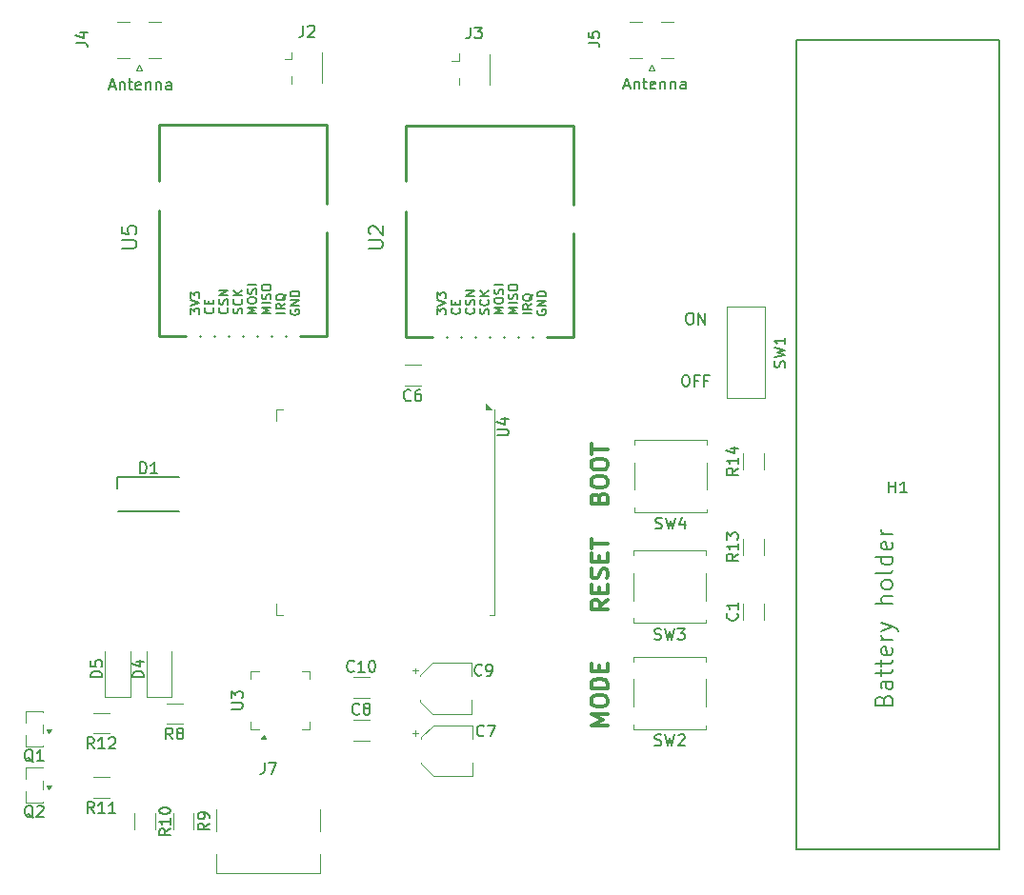
<source format=gbr>
%TF.GenerationSoftware,KiCad,Pcbnew,9.0.7*%
%TF.CreationDate,2026-01-28T06:25:16-03:00*%
%TF.ProjectId,jammerBT_v4,6a616d6d-6572-4425-945f-76342e6b6963,rev?*%
%TF.SameCoordinates,Original*%
%TF.FileFunction,Legend,Top*%
%TF.FilePolarity,Positive*%
%FSLAX46Y46*%
G04 Gerber Fmt 4.6, Leading zero omitted, Abs format (unit mm)*
G04 Created by KiCad (PCBNEW 9.0.7) date 2026-01-28 06:25:16*
%MOMM*%
%LPD*%
G01*
G04 APERTURE LIST*
%ADD10C,0.150000*%
%ADD11C,0.187500*%
%ADD12C,0.300000*%
%ADD13C,0.200000*%
%ADD14C,0.152400*%
%ADD15C,0.120000*%
%ADD16C,0.254000*%
G04 APERTURE END LIST*
D10*
X199080000Y-54020000D02*
X217080000Y-54020000D01*
X217080000Y-126020000D01*
X199080000Y-126020000D01*
X199080000Y-54020000D01*
D11*
X206840964Y-112699502D02*
X206912392Y-112485216D01*
X206912392Y-112485216D02*
X206983821Y-112413787D01*
X206983821Y-112413787D02*
X207126678Y-112342359D01*
X207126678Y-112342359D02*
X207340964Y-112342359D01*
X207340964Y-112342359D02*
X207483821Y-112413787D01*
X207483821Y-112413787D02*
X207555250Y-112485216D01*
X207555250Y-112485216D02*
X207626678Y-112628073D01*
X207626678Y-112628073D02*
X207626678Y-113199502D01*
X207626678Y-113199502D02*
X206126678Y-113199502D01*
X206126678Y-113199502D02*
X206126678Y-112699502D01*
X206126678Y-112699502D02*
X206198107Y-112556645D01*
X206198107Y-112556645D02*
X206269535Y-112485216D01*
X206269535Y-112485216D02*
X206412392Y-112413787D01*
X206412392Y-112413787D02*
X206555250Y-112413787D01*
X206555250Y-112413787D02*
X206698107Y-112485216D01*
X206698107Y-112485216D02*
X206769535Y-112556645D01*
X206769535Y-112556645D02*
X206840964Y-112699502D01*
X206840964Y-112699502D02*
X206840964Y-113199502D01*
X207626678Y-111056645D02*
X206840964Y-111056645D01*
X206840964Y-111056645D02*
X206698107Y-111128073D01*
X206698107Y-111128073D02*
X206626678Y-111270930D01*
X206626678Y-111270930D02*
X206626678Y-111556645D01*
X206626678Y-111556645D02*
X206698107Y-111699502D01*
X207555250Y-111056645D02*
X207626678Y-111199502D01*
X207626678Y-111199502D02*
X207626678Y-111556645D01*
X207626678Y-111556645D02*
X207555250Y-111699502D01*
X207555250Y-111699502D02*
X207412392Y-111770930D01*
X207412392Y-111770930D02*
X207269535Y-111770930D01*
X207269535Y-111770930D02*
X207126678Y-111699502D01*
X207126678Y-111699502D02*
X207055250Y-111556645D01*
X207055250Y-111556645D02*
X207055250Y-111199502D01*
X207055250Y-111199502D02*
X206983821Y-111056645D01*
X206626678Y-110556644D02*
X206626678Y-109985216D01*
X206126678Y-110342359D02*
X207412392Y-110342359D01*
X207412392Y-110342359D02*
X207555250Y-110270930D01*
X207555250Y-110270930D02*
X207626678Y-110128073D01*
X207626678Y-110128073D02*
X207626678Y-109985216D01*
X206626678Y-109699501D02*
X206626678Y-109128073D01*
X206126678Y-109485216D02*
X207412392Y-109485216D01*
X207412392Y-109485216D02*
X207555250Y-109413787D01*
X207555250Y-109413787D02*
X207626678Y-109270930D01*
X207626678Y-109270930D02*
X207626678Y-109128073D01*
X207555250Y-108056644D02*
X207626678Y-108199501D01*
X207626678Y-108199501D02*
X207626678Y-108485216D01*
X207626678Y-108485216D02*
X207555250Y-108628073D01*
X207555250Y-108628073D02*
X207412392Y-108699501D01*
X207412392Y-108699501D02*
X206840964Y-108699501D01*
X206840964Y-108699501D02*
X206698107Y-108628073D01*
X206698107Y-108628073D02*
X206626678Y-108485216D01*
X206626678Y-108485216D02*
X206626678Y-108199501D01*
X206626678Y-108199501D02*
X206698107Y-108056644D01*
X206698107Y-108056644D02*
X206840964Y-107985216D01*
X206840964Y-107985216D02*
X206983821Y-107985216D01*
X206983821Y-107985216D02*
X207126678Y-108699501D01*
X207626678Y-107342359D02*
X206626678Y-107342359D01*
X206912392Y-107342359D02*
X206769535Y-107270930D01*
X206769535Y-107270930D02*
X206698107Y-107199502D01*
X206698107Y-107199502D02*
X206626678Y-107056644D01*
X206626678Y-107056644D02*
X206626678Y-106913787D01*
X206626678Y-106556645D02*
X207626678Y-106199502D01*
X206626678Y-105842359D02*
X207626678Y-106199502D01*
X207626678Y-106199502D02*
X207983821Y-106342359D01*
X207983821Y-106342359D02*
X208055250Y-106413788D01*
X208055250Y-106413788D02*
X208126678Y-106556645D01*
X207626678Y-104128074D02*
X206126678Y-104128074D01*
X207626678Y-103485217D02*
X206840964Y-103485217D01*
X206840964Y-103485217D02*
X206698107Y-103556645D01*
X206698107Y-103556645D02*
X206626678Y-103699502D01*
X206626678Y-103699502D02*
X206626678Y-103913788D01*
X206626678Y-103913788D02*
X206698107Y-104056645D01*
X206698107Y-104056645D02*
X206769535Y-104128074D01*
X207626678Y-102556645D02*
X207555250Y-102699502D01*
X207555250Y-102699502D02*
X207483821Y-102770931D01*
X207483821Y-102770931D02*
X207340964Y-102842359D01*
X207340964Y-102842359D02*
X206912392Y-102842359D01*
X206912392Y-102842359D02*
X206769535Y-102770931D01*
X206769535Y-102770931D02*
X206698107Y-102699502D01*
X206698107Y-102699502D02*
X206626678Y-102556645D01*
X206626678Y-102556645D02*
X206626678Y-102342359D01*
X206626678Y-102342359D02*
X206698107Y-102199502D01*
X206698107Y-102199502D02*
X206769535Y-102128074D01*
X206769535Y-102128074D02*
X206912392Y-102056645D01*
X206912392Y-102056645D02*
X207340964Y-102056645D01*
X207340964Y-102056645D02*
X207483821Y-102128074D01*
X207483821Y-102128074D02*
X207555250Y-102199502D01*
X207555250Y-102199502D02*
X207626678Y-102342359D01*
X207626678Y-102342359D02*
X207626678Y-102556645D01*
X207626678Y-101199502D02*
X207555250Y-101342359D01*
X207555250Y-101342359D02*
X207412392Y-101413788D01*
X207412392Y-101413788D02*
X206126678Y-101413788D01*
X207626678Y-99985217D02*
X206126678Y-99985217D01*
X207555250Y-99985217D02*
X207626678Y-100128074D01*
X207626678Y-100128074D02*
X207626678Y-100413788D01*
X207626678Y-100413788D02*
X207555250Y-100556645D01*
X207555250Y-100556645D02*
X207483821Y-100628074D01*
X207483821Y-100628074D02*
X207340964Y-100699502D01*
X207340964Y-100699502D02*
X206912392Y-100699502D01*
X206912392Y-100699502D02*
X206769535Y-100628074D01*
X206769535Y-100628074D02*
X206698107Y-100556645D01*
X206698107Y-100556645D02*
X206626678Y-100413788D01*
X206626678Y-100413788D02*
X206626678Y-100128074D01*
X206626678Y-100128074D02*
X206698107Y-99985217D01*
X207555250Y-98699502D02*
X207626678Y-98842359D01*
X207626678Y-98842359D02*
X207626678Y-99128074D01*
X207626678Y-99128074D02*
X207555250Y-99270931D01*
X207555250Y-99270931D02*
X207412392Y-99342359D01*
X207412392Y-99342359D02*
X206840964Y-99342359D01*
X206840964Y-99342359D02*
X206698107Y-99270931D01*
X206698107Y-99270931D02*
X206626678Y-99128074D01*
X206626678Y-99128074D02*
X206626678Y-98842359D01*
X206626678Y-98842359D02*
X206698107Y-98699502D01*
X206698107Y-98699502D02*
X206840964Y-98628074D01*
X206840964Y-98628074D02*
X206983821Y-98628074D01*
X206983821Y-98628074D02*
X207126678Y-99342359D01*
X207626678Y-97985217D02*
X206626678Y-97985217D01*
X206912392Y-97985217D02*
X206769535Y-97913788D01*
X206769535Y-97913788D02*
X206698107Y-97842360D01*
X206698107Y-97842360D02*
X206626678Y-97699502D01*
X206626678Y-97699502D02*
X206626678Y-97556645D01*
D10*
X138013095Y-58159104D02*
X138489285Y-58159104D01*
X137917857Y-58444819D02*
X138251190Y-57444819D01*
X138251190Y-57444819D02*
X138584523Y-58444819D01*
X138917857Y-57778152D02*
X138917857Y-58444819D01*
X138917857Y-57873390D02*
X138965476Y-57825771D01*
X138965476Y-57825771D02*
X139060714Y-57778152D01*
X139060714Y-57778152D02*
X139203571Y-57778152D01*
X139203571Y-57778152D02*
X139298809Y-57825771D01*
X139298809Y-57825771D02*
X139346428Y-57921009D01*
X139346428Y-57921009D02*
X139346428Y-58444819D01*
X139679762Y-57778152D02*
X140060714Y-57778152D01*
X139822619Y-57444819D02*
X139822619Y-58301961D01*
X139822619Y-58301961D02*
X139870238Y-58397200D01*
X139870238Y-58397200D02*
X139965476Y-58444819D01*
X139965476Y-58444819D02*
X140060714Y-58444819D01*
X140775000Y-58397200D02*
X140679762Y-58444819D01*
X140679762Y-58444819D02*
X140489286Y-58444819D01*
X140489286Y-58444819D02*
X140394048Y-58397200D01*
X140394048Y-58397200D02*
X140346429Y-58301961D01*
X140346429Y-58301961D02*
X140346429Y-57921009D01*
X140346429Y-57921009D02*
X140394048Y-57825771D01*
X140394048Y-57825771D02*
X140489286Y-57778152D01*
X140489286Y-57778152D02*
X140679762Y-57778152D01*
X140679762Y-57778152D02*
X140775000Y-57825771D01*
X140775000Y-57825771D02*
X140822619Y-57921009D01*
X140822619Y-57921009D02*
X140822619Y-58016247D01*
X140822619Y-58016247D02*
X140346429Y-58111485D01*
X141251191Y-57778152D02*
X141251191Y-58444819D01*
X141251191Y-57873390D02*
X141298810Y-57825771D01*
X141298810Y-57825771D02*
X141394048Y-57778152D01*
X141394048Y-57778152D02*
X141536905Y-57778152D01*
X141536905Y-57778152D02*
X141632143Y-57825771D01*
X141632143Y-57825771D02*
X141679762Y-57921009D01*
X141679762Y-57921009D02*
X141679762Y-58444819D01*
X142155953Y-57778152D02*
X142155953Y-58444819D01*
X142155953Y-57873390D02*
X142203572Y-57825771D01*
X142203572Y-57825771D02*
X142298810Y-57778152D01*
X142298810Y-57778152D02*
X142441667Y-57778152D01*
X142441667Y-57778152D02*
X142536905Y-57825771D01*
X142536905Y-57825771D02*
X142584524Y-57921009D01*
X142584524Y-57921009D02*
X142584524Y-58444819D01*
X143489286Y-58444819D02*
X143489286Y-57921009D01*
X143489286Y-57921009D02*
X143441667Y-57825771D01*
X143441667Y-57825771D02*
X143346429Y-57778152D01*
X143346429Y-57778152D02*
X143155953Y-57778152D01*
X143155953Y-57778152D02*
X143060715Y-57825771D01*
X143489286Y-58397200D02*
X143394048Y-58444819D01*
X143394048Y-58444819D02*
X143155953Y-58444819D01*
X143155953Y-58444819D02*
X143060715Y-58397200D01*
X143060715Y-58397200D02*
X143013096Y-58301961D01*
X143013096Y-58301961D02*
X143013096Y-58206723D01*
X143013096Y-58206723D02*
X143060715Y-58111485D01*
X143060715Y-58111485D02*
X143155953Y-58063866D01*
X143155953Y-58063866D02*
X143394048Y-58063866D01*
X143394048Y-58063866D02*
X143489286Y-58016247D01*
D12*
X181545114Y-94745489D02*
X181616542Y-94531203D01*
X181616542Y-94531203D02*
X181687971Y-94459774D01*
X181687971Y-94459774D02*
X181830828Y-94388346D01*
X181830828Y-94388346D02*
X182045114Y-94388346D01*
X182045114Y-94388346D02*
X182187971Y-94459774D01*
X182187971Y-94459774D02*
X182259400Y-94531203D01*
X182259400Y-94531203D02*
X182330828Y-94674060D01*
X182330828Y-94674060D02*
X182330828Y-95245489D01*
X182330828Y-95245489D02*
X180830828Y-95245489D01*
X180830828Y-95245489D02*
X180830828Y-94745489D01*
X180830828Y-94745489D02*
X180902257Y-94602632D01*
X180902257Y-94602632D02*
X180973685Y-94531203D01*
X180973685Y-94531203D02*
X181116542Y-94459774D01*
X181116542Y-94459774D02*
X181259400Y-94459774D01*
X181259400Y-94459774D02*
X181402257Y-94531203D01*
X181402257Y-94531203D02*
X181473685Y-94602632D01*
X181473685Y-94602632D02*
X181545114Y-94745489D01*
X181545114Y-94745489D02*
X181545114Y-95245489D01*
X180830828Y-93459774D02*
X180830828Y-93174060D01*
X180830828Y-93174060D02*
X180902257Y-93031203D01*
X180902257Y-93031203D02*
X181045114Y-92888346D01*
X181045114Y-92888346D02*
X181330828Y-92816917D01*
X181330828Y-92816917D02*
X181830828Y-92816917D01*
X181830828Y-92816917D02*
X182116542Y-92888346D01*
X182116542Y-92888346D02*
X182259400Y-93031203D01*
X182259400Y-93031203D02*
X182330828Y-93174060D01*
X182330828Y-93174060D02*
X182330828Y-93459774D01*
X182330828Y-93459774D02*
X182259400Y-93602632D01*
X182259400Y-93602632D02*
X182116542Y-93745489D01*
X182116542Y-93745489D02*
X181830828Y-93816917D01*
X181830828Y-93816917D02*
X181330828Y-93816917D01*
X181330828Y-93816917D02*
X181045114Y-93745489D01*
X181045114Y-93745489D02*
X180902257Y-93602632D01*
X180902257Y-93602632D02*
X180830828Y-93459774D01*
X180830828Y-91888345D02*
X180830828Y-91602631D01*
X180830828Y-91602631D02*
X180902257Y-91459774D01*
X180902257Y-91459774D02*
X181045114Y-91316917D01*
X181045114Y-91316917D02*
X181330828Y-91245488D01*
X181330828Y-91245488D02*
X181830828Y-91245488D01*
X181830828Y-91245488D02*
X182116542Y-91316917D01*
X182116542Y-91316917D02*
X182259400Y-91459774D01*
X182259400Y-91459774D02*
X182330828Y-91602631D01*
X182330828Y-91602631D02*
X182330828Y-91888345D01*
X182330828Y-91888345D02*
X182259400Y-92031203D01*
X182259400Y-92031203D02*
X182116542Y-92174060D01*
X182116542Y-92174060D02*
X181830828Y-92245488D01*
X181830828Y-92245488D02*
X181330828Y-92245488D01*
X181330828Y-92245488D02*
X181045114Y-92174060D01*
X181045114Y-92174060D02*
X180902257Y-92031203D01*
X180902257Y-92031203D02*
X180830828Y-91888345D01*
X180830828Y-90816916D02*
X180830828Y-89959774D01*
X182330828Y-90388345D02*
X180830828Y-90388345D01*
D13*
X189510952Y-78302219D02*
X189701428Y-78302219D01*
X189701428Y-78302219D02*
X189796666Y-78349838D01*
X189796666Y-78349838D02*
X189891904Y-78445076D01*
X189891904Y-78445076D02*
X189939523Y-78635552D01*
X189939523Y-78635552D02*
X189939523Y-78968885D01*
X189939523Y-78968885D02*
X189891904Y-79159361D01*
X189891904Y-79159361D02*
X189796666Y-79254600D01*
X189796666Y-79254600D02*
X189701428Y-79302219D01*
X189701428Y-79302219D02*
X189510952Y-79302219D01*
X189510952Y-79302219D02*
X189415714Y-79254600D01*
X189415714Y-79254600D02*
X189320476Y-79159361D01*
X189320476Y-79159361D02*
X189272857Y-78968885D01*
X189272857Y-78968885D02*
X189272857Y-78635552D01*
X189272857Y-78635552D02*
X189320476Y-78445076D01*
X189320476Y-78445076D02*
X189415714Y-78349838D01*
X189415714Y-78349838D02*
X189510952Y-78302219D01*
X190368095Y-79302219D02*
X190368095Y-78302219D01*
X190368095Y-78302219D02*
X190939523Y-79302219D01*
X190939523Y-79302219D02*
X190939523Y-78302219D01*
X189147619Y-83817219D02*
X189338095Y-83817219D01*
X189338095Y-83817219D02*
X189433333Y-83864838D01*
X189433333Y-83864838D02*
X189528571Y-83960076D01*
X189528571Y-83960076D02*
X189576190Y-84150552D01*
X189576190Y-84150552D02*
X189576190Y-84483885D01*
X189576190Y-84483885D02*
X189528571Y-84674361D01*
X189528571Y-84674361D02*
X189433333Y-84769600D01*
X189433333Y-84769600D02*
X189338095Y-84817219D01*
X189338095Y-84817219D02*
X189147619Y-84817219D01*
X189147619Y-84817219D02*
X189052381Y-84769600D01*
X189052381Y-84769600D02*
X188957143Y-84674361D01*
X188957143Y-84674361D02*
X188909524Y-84483885D01*
X188909524Y-84483885D02*
X188909524Y-84150552D01*
X188909524Y-84150552D02*
X188957143Y-83960076D01*
X188957143Y-83960076D02*
X189052381Y-83864838D01*
X189052381Y-83864838D02*
X189147619Y-83817219D01*
X190338095Y-84293409D02*
X190004762Y-84293409D01*
X190004762Y-84817219D02*
X190004762Y-83817219D01*
X190004762Y-83817219D02*
X190480952Y-83817219D01*
X191195238Y-84293409D02*
X190861905Y-84293409D01*
X190861905Y-84817219D02*
X190861905Y-83817219D01*
X190861905Y-83817219D02*
X191338095Y-83817219D01*
D12*
X182330828Y-103818346D02*
X181616542Y-104318346D01*
X182330828Y-104675489D02*
X180830828Y-104675489D01*
X180830828Y-104675489D02*
X180830828Y-104104060D01*
X180830828Y-104104060D02*
X180902257Y-103961203D01*
X180902257Y-103961203D02*
X180973685Y-103889774D01*
X180973685Y-103889774D02*
X181116542Y-103818346D01*
X181116542Y-103818346D02*
X181330828Y-103818346D01*
X181330828Y-103818346D02*
X181473685Y-103889774D01*
X181473685Y-103889774D02*
X181545114Y-103961203D01*
X181545114Y-103961203D02*
X181616542Y-104104060D01*
X181616542Y-104104060D02*
X181616542Y-104675489D01*
X181545114Y-103175489D02*
X181545114Y-102675489D01*
X182330828Y-102461203D02*
X182330828Y-103175489D01*
X182330828Y-103175489D02*
X180830828Y-103175489D01*
X180830828Y-103175489D02*
X180830828Y-102461203D01*
X182259400Y-101889774D02*
X182330828Y-101675489D01*
X182330828Y-101675489D02*
X182330828Y-101318346D01*
X182330828Y-101318346D02*
X182259400Y-101175489D01*
X182259400Y-101175489D02*
X182187971Y-101104060D01*
X182187971Y-101104060D02*
X182045114Y-101032631D01*
X182045114Y-101032631D02*
X181902257Y-101032631D01*
X181902257Y-101032631D02*
X181759400Y-101104060D01*
X181759400Y-101104060D02*
X181687971Y-101175489D01*
X181687971Y-101175489D02*
X181616542Y-101318346D01*
X181616542Y-101318346D02*
X181545114Y-101604060D01*
X181545114Y-101604060D02*
X181473685Y-101746917D01*
X181473685Y-101746917D02*
X181402257Y-101818346D01*
X181402257Y-101818346D02*
X181259400Y-101889774D01*
X181259400Y-101889774D02*
X181116542Y-101889774D01*
X181116542Y-101889774D02*
X180973685Y-101818346D01*
X180973685Y-101818346D02*
X180902257Y-101746917D01*
X180902257Y-101746917D02*
X180830828Y-101604060D01*
X180830828Y-101604060D02*
X180830828Y-101246917D01*
X180830828Y-101246917D02*
X180902257Y-101032631D01*
X181545114Y-100389775D02*
X181545114Y-99889775D01*
X182330828Y-99675489D02*
X182330828Y-100389775D01*
X182330828Y-100389775D02*
X180830828Y-100389775D01*
X180830828Y-100389775D02*
X180830828Y-99675489D01*
X180830828Y-99246917D02*
X180830828Y-98389775D01*
X182330828Y-98818346D02*
X180830828Y-98818346D01*
X182330828Y-114955489D02*
X180830828Y-114955489D01*
X180830828Y-114955489D02*
X181902257Y-114455489D01*
X181902257Y-114455489D02*
X180830828Y-113955489D01*
X180830828Y-113955489D02*
X182330828Y-113955489D01*
X180830828Y-112955488D02*
X180830828Y-112669774D01*
X180830828Y-112669774D02*
X180902257Y-112526917D01*
X180902257Y-112526917D02*
X181045114Y-112384060D01*
X181045114Y-112384060D02*
X181330828Y-112312631D01*
X181330828Y-112312631D02*
X181830828Y-112312631D01*
X181830828Y-112312631D02*
X182116542Y-112384060D01*
X182116542Y-112384060D02*
X182259400Y-112526917D01*
X182259400Y-112526917D02*
X182330828Y-112669774D01*
X182330828Y-112669774D02*
X182330828Y-112955488D01*
X182330828Y-112955488D02*
X182259400Y-113098346D01*
X182259400Y-113098346D02*
X182116542Y-113241203D01*
X182116542Y-113241203D02*
X181830828Y-113312631D01*
X181830828Y-113312631D02*
X181330828Y-113312631D01*
X181330828Y-113312631D02*
X181045114Y-113241203D01*
X181045114Y-113241203D02*
X180902257Y-113098346D01*
X180902257Y-113098346D02*
X180830828Y-112955488D01*
X182330828Y-111669774D02*
X180830828Y-111669774D01*
X180830828Y-111669774D02*
X180830828Y-111312631D01*
X180830828Y-111312631D02*
X180902257Y-111098345D01*
X180902257Y-111098345D02*
X181045114Y-110955488D01*
X181045114Y-110955488D02*
X181187971Y-110884059D01*
X181187971Y-110884059D02*
X181473685Y-110812631D01*
X181473685Y-110812631D02*
X181687971Y-110812631D01*
X181687971Y-110812631D02*
X181973685Y-110884059D01*
X181973685Y-110884059D02*
X182116542Y-110955488D01*
X182116542Y-110955488D02*
X182259400Y-111098345D01*
X182259400Y-111098345D02*
X182330828Y-111312631D01*
X182330828Y-111312631D02*
X182330828Y-111669774D01*
X181545114Y-110169774D02*
X181545114Y-109669774D01*
X182330828Y-109455488D02*
X182330828Y-110169774D01*
X182330828Y-110169774D02*
X180830828Y-110169774D01*
X180830828Y-110169774D02*
X180830828Y-109455488D01*
D10*
X183743095Y-58089104D02*
X184219285Y-58089104D01*
X183647857Y-58374819D02*
X183981190Y-57374819D01*
X183981190Y-57374819D02*
X184314523Y-58374819D01*
X184647857Y-57708152D02*
X184647857Y-58374819D01*
X184647857Y-57803390D02*
X184695476Y-57755771D01*
X184695476Y-57755771D02*
X184790714Y-57708152D01*
X184790714Y-57708152D02*
X184933571Y-57708152D01*
X184933571Y-57708152D02*
X185028809Y-57755771D01*
X185028809Y-57755771D02*
X185076428Y-57851009D01*
X185076428Y-57851009D02*
X185076428Y-58374819D01*
X185409762Y-57708152D02*
X185790714Y-57708152D01*
X185552619Y-57374819D02*
X185552619Y-58231961D01*
X185552619Y-58231961D02*
X185600238Y-58327200D01*
X185600238Y-58327200D02*
X185695476Y-58374819D01*
X185695476Y-58374819D02*
X185790714Y-58374819D01*
X186505000Y-58327200D02*
X186409762Y-58374819D01*
X186409762Y-58374819D02*
X186219286Y-58374819D01*
X186219286Y-58374819D02*
X186124048Y-58327200D01*
X186124048Y-58327200D02*
X186076429Y-58231961D01*
X186076429Y-58231961D02*
X186076429Y-57851009D01*
X186076429Y-57851009D02*
X186124048Y-57755771D01*
X186124048Y-57755771D02*
X186219286Y-57708152D01*
X186219286Y-57708152D02*
X186409762Y-57708152D01*
X186409762Y-57708152D02*
X186505000Y-57755771D01*
X186505000Y-57755771D02*
X186552619Y-57851009D01*
X186552619Y-57851009D02*
X186552619Y-57946247D01*
X186552619Y-57946247D02*
X186076429Y-58041485D01*
X186981191Y-57708152D02*
X186981191Y-58374819D01*
X186981191Y-57803390D02*
X187028810Y-57755771D01*
X187028810Y-57755771D02*
X187124048Y-57708152D01*
X187124048Y-57708152D02*
X187266905Y-57708152D01*
X187266905Y-57708152D02*
X187362143Y-57755771D01*
X187362143Y-57755771D02*
X187409762Y-57851009D01*
X187409762Y-57851009D02*
X187409762Y-58374819D01*
X187885953Y-57708152D02*
X187885953Y-58374819D01*
X187885953Y-57803390D02*
X187933572Y-57755771D01*
X187933572Y-57755771D02*
X188028810Y-57708152D01*
X188028810Y-57708152D02*
X188171667Y-57708152D01*
X188171667Y-57708152D02*
X188266905Y-57755771D01*
X188266905Y-57755771D02*
X188314524Y-57851009D01*
X188314524Y-57851009D02*
X188314524Y-58374819D01*
X189219286Y-58374819D02*
X189219286Y-57851009D01*
X189219286Y-57851009D02*
X189171667Y-57755771D01*
X189171667Y-57755771D02*
X189076429Y-57708152D01*
X189076429Y-57708152D02*
X188885953Y-57708152D01*
X188885953Y-57708152D02*
X188790715Y-57755771D01*
X189219286Y-58327200D02*
X189124048Y-58374819D01*
X189124048Y-58374819D02*
X188885953Y-58374819D01*
X188885953Y-58374819D02*
X188790715Y-58327200D01*
X188790715Y-58327200D02*
X188743096Y-58231961D01*
X188743096Y-58231961D02*
X188743096Y-58136723D01*
X188743096Y-58136723D02*
X188790715Y-58041485D01*
X188790715Y-58041485D02*
X188885953Y-57993866D01*
X188885953Y-57993866D02*
X189124048Y-57993866D01*
X189124048Y-57993866D02*
X189219286Y-57946247D01*
X207318095Y-94274819D02*
X207318095Y-93274819D01*
X207318095Y-93751009D02*
X207889523Y-93751009D01*
X207889523Y-94274819D02*
X207889523Y-93274819D01*
X208889523Y-94274819D02*
X208318095Y-94274819D01*
X208603809Y-94274819D02*
X208603809Y-93274819D01*
X208603809Y-93274819D02*
X208508571Y-93417676D01*
X208508571Y-93417676D02*
X208413333Y-93512914D01*
X208413333Y-93512914D02*
X208318095Y-93560533D01*
X143429819Y-124162857D02*
X142953628Y-124496190D01*
X143429819Y-124734285D02*
X142429819Y-124734285D01*
X142429819Y-124734285D02*
X142429819Y-124353333D01*
X142429819Y-124353333D02*
X142477438Y-124258095D01*
X142477438Y-124258095D02*
X142525057Y-124210476D01*
X142525057Y-124210476D02*
X142620295Y-124162857D01*
X142620295Y-124162857D02*
X142763152Y-124162857D01*
X142763152Y-124162857D02*
X142858390Y-124210476D01*
X142858390Y-124210476D02*
X142906009Y-124258095D01*
X142906009Y-124258095D02*
X142953628Y-124353333D01*
X142953628Y-124353333D02*
X142953628Y-124734285D01*
X143429819Y-123210476D02*
X143429819Y-123781904D01*
X143429819Y-123496190D02*
X142429819Y-123496190D01*
X142429819Y-123496190D02*
X142572676Y-123591428D01*
X142572676Y-123591428D02*
X142667914Y-123686666D01*
X142667914Y-123686666D02*
X142715533Y-123781904D01*
X142429819Y-122591428D02*
X142429819Y-122496190D01*
X142429819Y-122496190D02*
X142477438Y-122400952D01*
X142477438Y-122400952D02*
X142525057Y-122353333D01*
X142525057Y-122353333D02*
X142620295Y-122305714D01*
X142620295Y-122305714D02*
X142810771Y-122258095D01*
X142810771Y-122258095D02*
X143048866Y-122258095D01*
X143048866Y-122258095D02*
X143239342Y-122305714D01*
X143239342Y-122305714D02*
X143334580Y-122353333D01*
X143334580Y-122353333D02*
X143382200Y-122400952D01*
X143382200Y-122400952D02*
X143429819Y-122496190D01*
X143429819Y-122496190D02*
X143429819Y-122591428D01*
X143429819Y-122591428D02*
X143382200Y-122686666D01*
X143382200Y-122686666D02*
X143334580Y-122734285D01*
X143334580Y-122734285D02*
X143239342Y-122781904D01*
X143239342Y-122781904D02*
X143048866Y-122829523D01*
X143048866Y-122829523D02*
X142810771Y-122829523D01*
X142810771Y-122829523D02*
X142620295Y-122781904D01*
X142620295Y-122781904D02*
X142525057Y-122734285D01*
X142525057Y-122734285D02*
X142477438Y-122686666D01*
X142477438Y-122686666D02*
X142429819Y-122591428D01*
X172479819Y-89191904D02*
X173289342Y-89191904D01*
X173289342Y-89191904D02*
X173384580Y-89144285D01*
X173384580Y-89144285D02*
X173432200Y-89096666D01*
X173432200Y-89096666D02*
X173479819Y-89001428D01*
X173479819Y-89001428D02*
X173479819Y-88810952D01*
X173479819Y-88810952D02*
X173432200Y-88715714D01*
X173432200Y-88715714D02*
X173384580Y-88668095D01*
X173384580Y-88668095D02*
X173289342Y-88620476D01*
X173289342Y-88620476D02*
X172479819Y-88620476D01*
X172813152Y-87715714D02*
X173479819Y-87715714D01*
X172432200Y-87953809D02*
X173146485Y-88191904D01*
X173146485Y-88191904D02*
X173146485Y-87572857D01*
X171103333Y-110449580D02*
X171055714Y-110497200D01*
X171055714Y-110497200D02*
X170912857Y-110544819D01*
X170912857Y-110544819D02*
X170817619Y-110544819D01*
X170817619Y-110544819D02*
X170674762Y-110497200D01*
X170674762Y-110497200D02*
X170579524Y-110401961D01*
X170579524Y-110401961D02*
X170531905Y-110306723D01*
X170531905Y-110306723D02*
X170484286Y-110116247D01*
X170484286Y-110116247D02*
X170484286Y-109973390D01*
X170484286Y-109973390D02*
X170531905Y-109782914D01*
X170531905Y-109782914D02*
X170579524Y-109687676D01*
X170579524Y-109687676D02*
X170674762Y-109592438D01*
X170674762Y-109592438D02*
X170817619Y-109544819D01*
X170817619Y-109544819D02*
X170912857Y-109544819D01*
X170912857Y-109544819D02*
X171055714Y-109592438D01*
X171055714Y-109592438D02*
X171103333Y-109640057D01*
X171579524Y-110544819D02*
X171770000Y-110544819D01*
X171770000Y-110544819D02*
X171865238Y-110497200D01*
X171865238Y-110497200D02*
X171912857Y-110449580D01*
X171912857Y-110449580D02*
X172008095Y-110306723D01*
X172008095Y-110306723D02*
X172055714Y-110116247D01*
X172055714Y-110116247D02*
X172055714Y-109735295D01*
X172055714Y-109735295D02*
X172008095Y-109640057D01*
X172008095Y-109640057D02*
X171960476Y-109592438D01*
X171960476Y-109592438D02*
X171865238Y-109544819D01*
X171865238Y-109544819D02*
X171674762Y-109544819D01*
X171674762Y-109544819D02*
X171579524Y-109592438D01*
X171579524Y-109592438D02*
X171531905Y-109640057D01*
X171531905Y-109640057D02*
X171484286Y-109735295D01*
X171484286Y-109735295D02*
X171484286Y-109973390D01*
X171484286Y-109973390D02*
X171531905Y-110068628D01*
X171531905Y-110068628D02*
X171579524Y-110116247D01*
X171579524Y-110116247D02*
X171674762Y-110163866D01*
X171674762Y-110163866D02*
X171865238Y-110163866D01*
X171865238Y-110163866D02*
X171960476Y-110116247D01*
X171960476Y-110116247D02*
X172008095Y-110068628D01*
X172008095Y-110068628D02*
X172055714Y-109973390D01*
X186491667Y-116717200D02*
X186634524Y-116764819D01*
X186634524Y-116764819D02*
X186872619Y-116764819D01*
X186872619Y-116764819D02*
X186967857Y-116717200D01*
X186967857Y-116717200D02*
X187015476Y-116669580D01*
X187015476Y-116669580D02*
X187063095Y-116574342D01*
X187063095Y-116574342D02*
X187063095Y-116479104D01*
X187063095Y-116479104D02*
X187015476Y-116383866D01*
X187015476Y-116383866D02*
X186967857Y-116336247D01*
X186967857Y-116336247D02*
X186872619Y-116288628D01*
X186872619Y-116288628D02*
X186682143Y-116241009D01*
X186682143Y-116241009D02*
X186586905Y-116193390D01*
X186586905Y-116193390D02*
X186539286Y-116145771D01*
X186539286Y-116145771D02*
X186491667Y-116050533D01*
X186491667Y-116050533D02*
X186491667Y-115955295D01*
X186491667Y-115955295D02*
X186539286Y-115860057D01*
X186539286Y-115860057D02*
X186586905Y-115812438D01*
X186586905Y-115812438D02*
X186682143Y-115764819D01*
X186682143Y-115764819D02*
X186920238Y-115764819D01*
X186920238Y-115764819D02*
X187063095Y-115812438D01*
X187396429Y-115764819D02*
X187634524Y-116764819D01*
X187634524Y-116764819D02*
X187825000Y-116050533D01*
X187825000Y-116050533D02*
X188015476Y-116764819D01*
X188015476Y-116764819D02*
X188253572Y-115764819D01*
X188586905Y-115860057D02*
X188634524Y-115812438D01*
X188634524Y-115812438D02*
X188729762Y-115764819D01*
X188729762Y-115764819D02*
X188967857Y-115764819D01*
X188967857Y-115764819D02*
X189063095Y-115812438D01*
X189063095Y-115812438D02*
X189110714Y-115860057D01*
X189110714Y-115860057D02*
X189158333Y-115955295D01*
X189158333Y-115955295D02*
X189158333Y-116050533D01*
X189158333Y-116050533D02*
X189110714Y-116193390D01*
X189110714Y-116193390D02*
X188539286Y-116764819D01*
X188539286Y-116764819D02*
X189158333Y-116764819D01*
X164793333Y-86029580D02*
X164745714Y-86077200D01*
X164745714Y-86077200D02*
X164602857Y-86124819D01*
X164602857Y-86124819D02*
X164507619Y-86124819D01*
X164507619Y-86124819D02*
X164364762Y-86077200D01*
X164364762Y-86077200D02*
X164269524Y-85981961D01*
X164269524Y-85981961D02*
X164221905Y-85886723D01*
X164221905Y-85886723D02*
X164174286Y-85696247D01*
X164174286Y-85696247D02*
X164174286Y-85553390D01*
X164174286Y-85553390D02*
X164221905Y-85362914D01*
X164221905Y-85362914D02*
X164269524Y-85267676D01*
X164269524Y-85267676D02*
X164364762Y-85172438D01*
X164364762Y-85172438D02*
X164507619Y-85124819D01*
X164507619Y-85124819D02*
X164602857Y-85124819D01*
X164602857Y-85124819D02*
X164745714Y-85172438D01*
X164745714Y-85172438D02*
X164793333Y-85220057D01*
X165650476Y-85124819D02*
X165460000Y-85124819D01*
X165460000Y-85124819D02*
X165364762Y-85172438D01*
X165364762Y-85172438D02*
X165317143Y-85220057D01*
X165317143Y-85220057D02*
X165221905Y-85362914D01*
X165221905Y-85362914D02*
X165174286Y-85553390D01*
X165174286Y-85553390D02*
X165174286Y-85934342D01*
X165174286Y-85934342D02*
X165221905Y-86029580D01*
X165221905Y-86029580D02*
X165269524Y-86077200D01*
X165269524Y-86077200D02*
X165364762Y-86124819D01*
X165364762Y-86124819D02*
X165555238Y-86124819D01*
X165555238Y-86124819D02*
X165650476Y-86077200D01*
X165650476Y-86077200D02*
X165698095Y-86029580D01*
X165698095Y-86029580D02*
X165745714Y-85934342D01*
X165745714Y-85934342D02*
X165745714Y-85696247D01*
X165745714Y-85696247D02*
X165698095Y-85601009D01*
X165698095Y-85601009D02*
X165650476Y-85553390D01*
X165650476Y-85553390D02*
X165555238Y-85505771D01*
X165555238Y-85505771D02*
X165364762Y-85505771D01*
X165364762Y-85505771D02*
X165269524Y-85553390D01*
X165269524Y-85553390D02*
X165221905Y-85601009D01*
X165221905Y-85601009D02*
X165174286Y-85696247D01*
X135049819Y-54265833D02*
X135764104Y-54265833D01*
X135764104Y-54265833D02*
X135906961Y-54313452D01*
X135906961Y-54313452D02*
X136002200Y-54408690D01*
X136002200Y-54408690D02*
X136049819Y-54551547D01*
X136049819Y-54551547D02*
X136049819Y-54646785D01*
X135383152Y-53361071D02*
X136049819Y-53361071D01*
X135002200Y-53599166D02*
X135716485Y-53837261D01*
X135716485Y-53837261D02*
X135716485Y-53218214D01*
X136640892Y-117034819D02*
X136307559Y-116558628D01*
X136069464Y-117034819D02*
X136069464Y-116034819D01*
X136069464Y-116034819D02*
X136450416Y-116034819D01*
X136450416Y-116034819D02*
X136545654Y-116082438D01*
X136545654Y-116082438D02*
X136593273Y-116130057D01*
X136593273Y-116130057D02*
X136640892Y-116225295D01*
X136640892Y-116225295D02*
X136640892Y-116368152D01*
X136640892Y-116368152D02*
X136593273Y-116463390D01*
X136593273Y-116463390D02*
X136545654Y-116511009D01*
X136545654Y-116511009D02*
X136450416Y-116558628D01*
X136450416Y-116558628D02*
X136069464Y-116558628D01*
X137593273Y-117034819D02*
X137021845Y-117034819D01*
X137307559Y-117034819D02*
X137307559Y-116034819D01*
X137307559Y-116034819D02*
X137212321Y-116177676D01*
X137212321Y-116177676D02*
X137117083Y-116272914D01*
X137117083Y-116272914D02*
X137021845Y-116320533D01*
X137974226Y-116130057D02*
X138021845Y-116082438D01*
X138021845Y-116082438D02*
X138117083Y-116034819D01*
X138117083Y-116034819D02*
X138355178Y-116034819D01*
X138355178Y-116034819D02*
X138450416Y-116082438D01*
X138450416Y-116082438D02*
X138498035Y-116130057D01*
X138498035Y-116130057D02*
X138545654Y-116225295D01*
X138545654Y-116225295D02*
X138545654Y-116320533D01*
X138545654Y-116320533D02*
X138498035Y-116463390D01*
X138498035Y-116463390D02*
X137926607Y-117034819D01*
X137926607Y-117034819D02*
X138545654Y-117034819D01*
X180569819Y-54265833D02*
X181284104Y-54265833D01*
X181284104Y-54265833D02*
X181426961Y-54313452D01*
X181426961Y-54313452D02*
X181522200Y-54408690D01*
X181522200Y-54408690D02*
X181569819Y-54551547D01*
X181569819Y-54551547D02*
X181569819Y-54646785D01*
X180569819Y-53313452D02*
X180569819Y-53789642D01*
X180569819Y-53789642D02*
X181046009Y-53837261D01*
X181046009Y-53837261D02*
X180998390Y-53789642D01*
X180998390Y-53789642D02*
X180950771Y-53694404D01*
X180950771Y-53694404D02*
X180950771Y-53456309D01*
X180950771Y-53456309D02*
X180998390Y-53361071D01*
X180998390Y-53361071D02*
X181046009Y-53313452D01*
X181046009Y-53313452D02*
X181141247Y-53265833D01*
X181141247Y-53265833D02*
X181379342Y-53265833D01*
X181379342Y-53265833D02*
X181474580Y-53313452D01*
X181474580Y-53313452D02*
X181522200Y-53361071D01*
X181522200Y-53361071D02*
X181569819Y-53456309D01*
X181569819Y-53456309D02*
X181569819Y-53694404D01*
X181569819Y-53694404D02*
X181522200Y-53789642D01*
X181522200Y-53789642D02*
X181474580Y-53837261D01*
X186551667Y-97437200D02*
X186694524Y-97484819D01*
X186694524Y-97484819D02*
X186932619Y-97484819D01*
X186932619Y-97484819D02*
X187027857Y-97437200D01*
X187027857Y-97437200D02*
X187075476Y-97389580D01*
X187075476Y-97389580D02*
X187123095Y-97294342D01*
X187123095Y-97294342D02*
X187123095Y-97199104D01*
X187123095Y-97199104D02*
X187075476Y-97103866D01*
X187075476Y-97103866D02*
X187027857Y-97056247D01*
X187027857Y-97056247D02*
X186932619Y-97008628D01*
X186932619Y-97008628D02*
X186742143Y-96961009D01*
X186742143Y-96961009D02*
X186646905Y-96913390D01*
X186646905Y-96913390D02*
X186599286Y-96865771D01*
X186599286Y-96865771D02*
X186551667Y-96770533D01*
X186551667Y-96770533D02*
X186551667Y-96675295D01*
X186551667Y-96675295D02*
X186599286Y-96580057D01*
X186599286Y-96580057D02*
X186646905Y-96532438D01*
X186646905Y-96532438D02*
X186742143Y-96484819D01*
X186742143Y-96484819D02*
X186980238Y-96484819D01*
X186980238Y-96484819D02*
X187123095Y-96532438D01*
X187456429Y-96484819D02*
X187694524Y-97484819D01*
X187694524Y-97484819D02*
X187885000Y-96770533D01*
X187885000Y-96770533D02*
X188075476Y-97484819D01*
X188075476Y-97484819D02*
X188313572Y-96484819D01*
X189123095Y-96818152D02*
X189123095Y-97484819D01*
X188885000Y-96437200D02*
X188646905Y-97151485D01*
X188646905Y-97151485D02*
X189265952Y-97151485D01*
X137359819Y-110698094D02*
X136359819Y-110698094D01*
X136359819Y-110698094D02*
X136359819Y-110459999D01*
X136359819Y-110459999D02*
X136407438Y-110317142D01*
X136407438Y-110317142D02*
X136502676Y-110221904D01*
X136502676Y-110221904D02*
X136597914Y-110174285D01*
X136597914Y-110174285D02*
X136788390Y-110126666D01*
X136788390Y-110126666D02*
X136931247Y-110126666D01*
X136931247Y-110126666D02*
X137121723Y-110174285D01*
X137121723Y-110174285D02*
X137216961Y-110221904D01*
X137216961Y-110221904D02*
X137312200Y-110317142D01*
X137312200Y-110317142D02*
X137359819Y-110459999D01*
X137359819Y-110459999D02*
X137359819Y-110698094D01*
X136359819Y-109221904D02*
X136359819Y-109698094D01*
X136359819Y-109698094D02*
X136836009Y-109745713D01*
X136836009Y-109745713D02*
X136788390Y-109698094D01*
X136788390Y-109698094D02*
X136740771Y-109602856D01*
X136740771Y-109602856D02*
X136740771Y-109364761D01*
X136740771Y-109364761D02*
X136788390Y-109269523D01*
X136788390Y-109269523D02*
X136836009Y-109221904D01*
X136836009Y-109221904D02*
X136931247Y-109174285D01*
X136931247Y-109174285D02*
X137169342Y-109174285D01*
X137169342Y-109174285D02*
X137264580Y-109221904D01*
X137264580Y-109221904D02*
X137312200Y-109269523D01*
X137312200Y-109269523D02*
X137359819Y-109364761D01*
X137359819Y-109364761D02*
X137359819Y-109602856D01*
X137359819Y-109602856D02*
X137312200Y-109698094D01*
X137312200Y-109698094D02*
X137264580Y-109745713D01*
X131243511Y-123190057D02*
X131148273Y-123142438D01*
X131148273Y-123142438D02*
X131053035Y-123047200D01*
X131053035Y-123047200D02*
X130910178Y-122904342D01*
X130910178Y-122904342D02*
X130814940Y-122856723D01*
X130814940Y-122856723D02*
X130719702Y-122856723D01*
X130767321Y-123094819D02*
X130672083Y-123047200D01*
X130672083Y-123047200D02*
X130576845Y-122951961D01*
X130576845Y-122951961D02*
X130529226Y-122761485D01*
X130529226Y-122761485D02*
X130529226Y-122428152D01*
X130529226Y-122428152D02*
X130576845Y-122237676D01*
X130576845Y-122237676D02*
X130672083Y-122142438D01*
X130672083Y-122142438D02*
X130767321Y-122094819D01*
X130767321Y-122094819D02*
X130957797Y-122094819D01*
X130957797Y-122094819D02*
X131053035Y-122142438D01*
X131053035Y-122142438D02*
X131148273Y-122237676D01*
X131148273Y-122237676D02*
X131195892Y-122428152D01*
X131195892Y-122428152D02*
X131195892Y-122761485D01*
X131195892Y-122761485D02*
X131148273Y-122951961D01*
X131148273Y-122951961D02*
X131053035Y-123047200D01*
X131053035Y-123047200D02*
X130957797Y-123094819D01*
X130957797Y-123094819D02*
X130767321Y-123094819D01*
X131576845Y-122190057D02*
X131624464Y-122142438D01*
X131624464Y-122142438D02*
X131719702Y-122094819D01*
X131719702Y-122094819D02*
X131957797Y-122094819D01*
X131957797Y-122094819D02*
X132053035Y-122142438D01*
X132053035Y-122142438D02*
X132100654Y-122190057D01*
X132100654Y-122190057D02*
X132148273Y-122285295D01*
X132148273Y-122285295D02*
X132148273Y-122380533D01*
X132148273Y-122380533D02*
X132100654Y-122523390D01*
X132100654Y-122523390D02*
X131529226Y-123094819D01*
X131529226Y-123094819D02*
X132148273Y-123094819D01*
X171293333Y-115849580D02*
X171245714Y-115897200D01*
X171245714Y-115897200D02*
X171102857Y-115944819D01*
X171102857Y-115944819D02*
X171007619Y-115944819D01*
X171007619Y-115944819D02*
X170864762Y-115897200D01*
X170864762Y-115897200D02*
X170769524Y-115801961D01*
X170769524Y-115801961D02*
X170721905Y-115706723D01*
X170721905Y-115706723D02*
X170674286Y-115516247D01*
X170674286Y-115516247D02*
X170674286Y-115373390D01*
X170674286Y-115373390D02*
X170721905Y-115182914D01*
X170721905Y-115182914D02*
X170769524Y-115087676D01*
X170769524Y-115087676D02*
X170864762Y-114992438D01*
X170864762Y-114992438D02*
X171007619Y-114944819D01*
X171007619Y-114944819D02*
X171102857Y-114944819D01*
X171102857Y-114944819D02*
X171245714Y-114992438D01*
X171245714Y-114992438D02*
X171293333Y-115040057D01*
X171626667Y-114944819D02*
X172293333Y-114944819D01*
X172293333Y-114944819D02*
X171864762Y-115944819D01*
X139150326Y-72521619D02*
X140178421Y-72521619D01*
X140178421Y-72521619D02*
X140299373Y-72461142D01*
X140299373Y-72461142D02*
X140359850Y-72400666D01*
X140359850Y-72400666D02*
X140420326Y-72279714D01*
X140420326Y-72279714D02*
X140420326Y-72037809D01*
X140420326Y-72037809D02*
X140359850Y-71916857D01*
X140359850Y-71916857D02*
X140299373Y-71856380D01*
X140299373Y-71856380D02*
X140178421Y-71795904D01*
X140178421Y-71795904D02*
X139150326Y-71795904D01*
X139150326Y-70586381D02*
X139150326Y-71191143D01*
X139150326Y-71191143D02*
X139755088Y-71251619D01*
X139755088Y-71251619D02*
X139694611Y-71191143D01*
X139694611Y-71191143D02*
X139634135Y-71070190D01*
X139634135Y-71070190D02*
X139634135Y-70767809D01*
X139634135Y-70767809D02*
X139694611Y-70646857D01*
X139694611Y-70646857D02*
X139755088Y-70586381D01*
X139755088Y-70586381D02*
X139876040Y-70525904D01*
X139876040Y-70525904D02*
X140178421Y-70525904D01*
X140178421Y-70525904D02*
X140299373Y-70586381D01*
X140299373Y-70586381D02*
X140359850Y-70646857D01*
X140359850Y-70646857D02*
X140420326Y-70767809D01*
X140420326Y-70767809D02*
X140420326Y-71070190D01*
X140420326Y-71070190D02*
X140359850Y-71191143D01*
X140359850Y-71191143D02*
X140299373Y-71251619D01*
D14*
X153635070Y-78307460D02*
X152835070Y-78307460D01*
X153635070Y-77469365D02*
X153254117Y-77736032D01*
X153635070Y-77926508D02*
X152835070Y-77926508D01*
X152835070Y-77926508D02*
X152835070Y-77621746D01*
X152835070Y-77621746D02*
X152873165Y-77545556D01*
X152873165Y-77545556D02*
X152911260Y-77507461D01*
X152911260Y-77507461D02*
X152987451Y-77469365D01*
X152987451Y-77469365D02*
X153101736Y-77469365D01*
X153101736Y-77469365D02*
X153177927Y-77507461D01*
X153177927Y-77507461D02*
X153216022Y-77545556D01*
X153216022Y-77545556D02*
X153254117Y-77621746D01*
X153254117Y-77621746D02*
X153254117Y-77926508D01*
X153711260Y-76593175D02*
X153673165Y-76669365D01*
X153673165Y-76669365D02*
X153596975Y-76745556D01*
X153596975Y-76745556D02*
X153482689Y-76859842D01*
X153482689Y-76859842D02*
X153444594Y-76936032D01*
X153444594Y-76936032D02*
X153444594Y-77012223D01*
X153635070Y-76974127D02*
X153596975Y-77050318D01*
X153596975Y-77050318D02*
X153520784Y-77126508D01*
X153520784Y-77126508D02*
X153368403Y-77164604D01*
X153368403Y-77164604D02*
X153101736Y-77164604D01*
X153101736Y-77164604D02*
X152949355Y-77126508D01*
X152949355Y-77126508D02*
X152873165Y-77050318D01*
X152873165Y-77050318D02*
X152835070Y-76974127D01*
X152835070Y-76974127D02*
X152835070Y-76821746D01*
X152835070Y-76821746D02*
X152873165Y-76745556D01*
X152873165Y-76745556D02*
X152949355Y-76669365D01*
X152949355Y-76669365D02*
X153101736Y-76631270D01*
X153101736Y-76631270D02*
X153368403Y-76631270D01*
X153368403Y-76631270D02*
X153520784Y-76669365D01*
X153520784Y-76669365D02*
X153596975Y-76745556D01*
X153596975Y-76745556D02*
X153635070Y-76821746D01*
X153635070Y-76821746D02*
X153635070Y-76974127D01*
X152365070Y-78307460D02*
X151565070Y-78307460D01*
X151565070Y-78307460D02*
X152136498Y-78040794D01*
X152136498Y-78040794D02*
X151565070Y-77774127D01*
X151565070Y-77774127D02*
X152365070Y-77774127D01*
X152365070Y-77393174D02*
X151565070Y-77393174D01*
X152326975Y-77050318D02*
X152365070Y-76936032D01*
X152365070Y-76936032D02*
X152365070Y-76745556D01*
X152365070Y-76745556D02*
X152326975Y-76669365D01*
X152326975Y-76669365D02*
X152288879Y-76631270D01*
X152288879Y-76631270D02*
X152212689Y-76593175D01*
X152212689Y-76593175D02*
X152136498Y-76593175D01*
X152136498Y-76593175D02*
X152060308Y-76631270D01*
X152060308Y-76631270D02*
X152022213Y-76669365D01*
X152022213Y-76669365D02*
X151984117Y-76745556D01*
X151984117Y-76745556D02*
X151946022Y-76897937D01*
X151946022Y-76897937D02*
X151907927Y-76974127D01*
X151907927Y-76974127D02*
X151869832Y-77012222D01*
X151869832Y-77012222D02*
X151793641Y-77050318D01*
X151793641Y-77050318D02*
X151717451Y-77050318D01*
X151717451Y-77050318D02*
X151641260Y-77012222D01*
X151641260Y-77012222D02*
X151603165Y-76974127D01*
X151603165Y-76974127D02*
X151565070Y-76897937D01*
X151565070Y-76897937D02*
X151565070Y-76707460D01*
X151565070Y-76707460D02*
X151603165Y-76593175D01*
X151565070Y-76097936D02*
X151565070Y-75945555D01*
X151565070Y-75945555D02*
X151603165Y-75869365D01*
X151603165Y-75869365D02*
X151679355Y-75793174D01*
X151679355Y-75793174D02*
X151831736Y-75755079D01*
X151831736Y-75755079D02*
X152098403Y-75755079D01*
X152098403Y-75755079D02*
X152250784Y-75793174D01*
X152250784Y-75793174D02*
X152326975Y-75869365D01*
X152326975Y-75869365D02*
X152365070Y-75945555D01*
X152365070Y-75945555D02*
X152365070Y-76097936D01*
X152365070Y-76097936D02*
X152326975Y-76174127D01*
X152326975Y-76174127D02*
X152250784Y-76250317D01*
X152250784Y-76250317D02*
X152098403Y-76288413D01*
X152098403Y-76288413D02*
X151831736Y-76288413D01*
X151831736Y-76288413D02*
X151679355Y-76250317D01*
X151679355Y-76250317D02*
X151603165Y-76174127D01*
X151603165Y-76174127D02*
X151565070Y-76097936D01*
X148481379Y-77852317D02*
X148519475Y-77890413D01*
X148519475Y-77890413D02*
X148557570Y-78004698D01*
X148557570Y-78004698D02*
X148557570Y-78080889D01*
X148557570Y-78080889D02*
X148519475Y-78195175D01*
X148519475Y-78195175D02*
X148443284Y-78271365D01*
X148443284Y-78271365D02*
X148367094Y-78309460D01*
X148367094Y-78309460D02*
X148214713Y-78347556D01*
X148214713Y-78347556D02*
X148100427Y-78347556D01*
X148100427Y-78347556D02*
X147948046Y-78309460D01*
X147948046Y-78309460D02*
X147871855Y-78271365D01*
X147871855Y-78271365D02*
X147795665Y-78195175D01*
X147795665Y-78195175D02*
X147757570Y-78080889D01*
X147757570Y-78080889D02*
X147757570Y-78004698D01*
X147757570Y-78004698D02*
X147795665Y-77890413D01*
X147795665Y-77890413D02*
X147833760Y-77852317D01*
X148519475Y-77547556D02*
X148557570Y-77433270D01*
X148557570Y-77433270D02*
X148557570Y-77242794D01*
X148557570Y-77242794D02*
X148519475Y-77166603D01*
X148519475Y-77166603D02*
X148481379Y-77128508D01*
X148481379Y-77128508D02*
X148405189Y-77090413D01*
X148405189Y-77090413D02*
X148328998Y-77090413D01*
X148328998Y-77090413D02*
X148252808Y-77128508D01*
X148252808Y-77128508D02*
X148214713Y-77166603D01*
X148214713Y-77166603D02*
X148176617Y-77242794D01*
X148176617Y-77242794D02*
X148138522Y-77395175D01*
X148138522Y-77395175D02*
X148100427Y-77471365D01*
X148100427Y-77471365D02*
X148062332Y-77509460D01*
X148062332Y-77509460D02*
X147986141Y-77547556D01*
X147986141Y-77547556D02*
X147909951Y-77547556D01*
X147909951Y-77547556D02*
X147833760Y-77509460D01*
X147833760Y-77509460D02*
X147795665Y-77471365D01*
X147795665Y-77471365D02*
X147757570Y-77395175D01*
X147757570Y-77395175D02*
X147757570Y-77204698D01*
X147757570Y-77204698D02*
X147795665Y-77090413D01*
X148557570Y-76747555D02*
X147757570Y-76747555D01*
X147757570Y-76747555D02*
X148557570Y-76290412D01*
X148557570Y-76290412D02*
X147757570Y-76290412D01*
X147211379Y-77852317D02*
X147249475Y-77890413D01*
X147249475Y-77890413D02*
X147287570Y-78004698D01*
X147287570Y-78004698D02*
X147287570Y-78080889D01*
X147287570Y-78080889D02*
X147249475Y-78195175D01*
X147249475Y-78195175D02*
X147173284Y-78271365D01*
X147173284Y-78271365D02*
X147097094Y-78309460D01*
X147097094Y-78309460D02*
X146944713Y-78347556D01*
X146944713Y-78347556D02*
X146830427Y-78347556D01*
X146830427Y-78347556D02*
X146678046Y-78309460D01*
X146678046Y-78309460D02*
X146601855Y-78271365D01*
X146601855Y-78271365D02*
X146525665Y-78195175D01*
X146525665Y-78195175D02*
X146487570Y-78080889D01*
X146487570Y-78080889D02*
X146487570Y-78004698D01*
X146487570Y-78004698D02*
X146525665Y-77890413D01*
X146525665Y-77890413D02*
X146563760Y-77852317D01*
X146868522Y-77509460D02*
X146868522Y-77242794D01*
X147287570Y-77128508D02*
X147287570Y-77509460D01*
X147287570Y-77509460D02*
X146487570Y-77509460D01*
X146487570Y-77509460D02*
X146487570Y-77128508D01*
X149789475Y-78347556D02*
X149827570Y-78233270D01*
X149827570Y-78233270D02*
X149827570Y-78042794D01*
X149827570Y-78042794D02*
X149789475Y-77966603D01*
X149789475Y-77966603D02*
X149751379Y-77928508D01*
X149751379Y-77928508D02*
X149675189Y-77890413D01*
X149675189Y-77890413D02*
X149598998Y-77890413D01*
X149598998Y-77890413D02*
X149522808Y-77928508D01*
X149522808Y-77928508D02*
X149484713Y-77966603D01*
X149484713Y-77966603D02*
X149446617Y-78042794D01*
X149446617Y-78042794D02*
X149408522Y-78195175D01*
X149408522Y-78195175D02*
X149370427Y-78271365D01*
X149370427Y-78271365D02*
X149332332Y-78309460D01*
X149332332Y-78309460D02*
X149256141Y-78347556D01*
X149256141Y-78347556D02*
X149179951Y-78347556D01*
X149179951Y-78347556D02*
X149103760Y-78309460D01*
X149103760Y-78309460D02*
X149065665Y-78271365D01*
X149065665Y-78271365D02*
X149027570Y-78195175D01*
X149027570Y-78195175D02*
X149027570Y-78004698D01*
X149027570Y-78004698D02*
X149065665Y-77890413D01*
X149751379Y-77090412D02*
X149789475Y-77128508D01*
X149789475Y-77128508D02*
X149827570Y-77242793D01*
X149827570Y-77242793D02*
X149827570Y-77318984D01*
X149827570Y-77318984D02*
X149789475Y-77433270D01*
X149789475Y-77433270D02*
X149713284Y-77509460D01*
X149713284Y-77509460D02*
X149637094Y-77547555D01*
X149637094Y-77547555D02*
X149484713Y-77585651D01*
X149484713Y-77585651D02*
X149370427Y-77585651D01*
X149370427Y-77585651D02*
X149218046Y-77547555D01*
X149218046Y-77547555D02*
X149141855Y-77509460D01*
X149141855Y-77509460D02*
X149065665Y-77433270D01*
X149065665Y-77433270D02*
X149027570Y-77318984D01*
X149027570Y-77318984D02*
X149027570Y-77242793D01*
X149027570Y-77242793D02*
X149065665Y-77128508D01*
X149065665Y-77128508D02*
X149103760Y-77090412D01*
X149827570Y-76747555D02*
X149027570Y-76747555D01*
X149827570Y-76290412D02*
X149370427Y-76633270D01*
X149027570Y-76290412D02*
X149484713Y-76747555D01*
X145220170Y-78387451D02*
X145220170Y-77892213D01*
X145220170Y-77892213D02*
X145524932Y-78158879D01*
X145524932Y-78158879D02*
X145524932Y-78044594D01*
X145524932Y-78044594D02*
X145563027Y-77968403D01*
X145563027Y-77968403D02*
X145601122Y-77930308D01*
X145601122Y-77930308D02*
X145677313Y-77892213D01*
X145677313Y-77892213D02*
X145867789Y-77892213D01*
X145867789Y-77892213D02*
X145943979Y-77930308D01*
X145943979Y-77930308D02*
X145982075Y-77968403D01*
X145982075Y-77968403D02*
X146020170Y-78044594D01*
X146020170Y-78044594D02*
X146020170Y-78273165D01*
X146020170Y-78273165D02*
X145982075Y-78349356D01*
X145982075Y-78349356D02*
X145943979Y-78387451D01*
X145220170Y-77663641D02*
X146020170Y-77396974D01*
X146020170Y-77396974D02*
X145220170Y-77130308D01*
X145220170Y-76939832D02*
X145220170Y-76444594D01*
X145220170Y-76444594D02*
X145524932Y-76711260D01*
X145524932Y-76711260D02*
X145524932Y-76596975D01*
X145524932Y-76596975D02*
X145563027Y-76520784D01*
X145563027Y-76520784D02*
X145601122Y-76482689D01*
X145601122Y-76482689D02*
X145677313Y-76444594D01*
X145677313Y-76444594D02*
X145867789Y-76444594D01*
X145867789Y-76444594D02*
X145943979Y-76482689D01*
X145943979Y-76482689D02*
X145982075Y-76520784D01*
X145982075Y-76520784D02*
X146020170Y-76596975D01*
X146020170Y-76596975D02*
X146020170Y-76825546D01*
X146020170Y-76825546D02*
X145982075Y-76901737D01*
X145982075Y-76901737D02*
X145943979Y-76939832D01*
X151097570Y-78309460D02*
X150297570Y-78309460D01*
X150297570Y-78309460D02*
X150868998Y-78042794D01*
X150868998Y-78042794D02*
X150297570Y-77776127D01*
X150297570Y-77776127D02*
X151097570Y-77776127D01*
X150297570Y-77242793D02*
X150297570Y-77090412D01*
X150297570Y-77090412D02*
X150335665Y-77014222D01*
X150335665Y-77014222D02*
X150411855Y-76938031D01*
X150411855Y-76938031D02*
X150564236Y-76899936D01*
X150564236Y-76899936D02*
X150830903Y-76899936D01*
X150830903Y-76899936D02*
X150983284Y-76938031D01*
X150983284Y-76938031D02*
X151059475Y-77014222D01*
X151059475Y-77014222D02*
X151097570Y-77090412D01*
X151097570Y-77090412D02*
X151097570Y-77242793D01*
X151097570Y-77242793D02*
X151059475Y-77318984D01*
X151059475Y-77318984D02*
X150983284Y-77395174D01*
X150983284Y-77395174D02*
X150830903Y-77433270D01*
X150830903Y-77433270D02*
X150564236Y-77433270D01*
X150564236Y-77433270D02*
X150411855Y-77395174D01*
X150411855Y-77395174D02*
X150335665Y-77318984D01*
X150335665Y-77318984D02*
X150297570Y-77242793D01*
X151059475Y-76595175D02*
X151097570Y-76480889D01*
X151097570Y-76480889D02*
X151097570Y-76290413D01*
X151097570Y-76290413D02*
X151059475Y-76214222D01*
X151059475Y-76214222D02*
X151021379Y-76176127D01*
X151021379Y-76176127D02*
X150945189Y-76138032D01*
X150945189Y-76138032D02*
X150868998Y-76138032D01*
X150868998Y-76138032D02*
X150792808Y-76176127D01*
X150792808Y-76176127D02*
X150754713Y-76214222D01*
X150754713Y-76214222D02*
X150716617Y-76290413D01*
X150716617Y-76290413D02*
X150678522Y-76442794D01*
X150678522Y-76442794D02*
X150640427Y-76518984D01*
X150640427Y-76518984D02*
X150602332Y-76557079D01*
X150602332Y-76557079D02*
X150526141Y-76595175D01*
X150526141Y-76595175D02*
X150449951Y-76595175D01*
X150449951Y-76595175D02*
X150373760Y-76557079D01*
X150373760Y-76557079D02*
X150335665Y-76518984D01*
X150335665Y-76518984D02*
X150297570Y-76442794D01*
X150297570Y-76442794D02*
X150297570Y-76252317D01*
X150297570Y-76252317D02*
X150335665Y-76138032D01*
X151097570Y-75795174D02*
X150297570Y-75795174D01*
X154140565Y-78013613D02*
X154102470Y-78089803D01*
X154102470Y-78089803D02*
X154102470Y-78204089D01*
X154102470Y-78204089D02*
X154140565Y-78318375D01*
X154140565Y-78318375D02*
X154216755Y-78394565D01*
X154216755Y-78394565D02*
X154292946Y-78432660D01*
X154292946Y-78432660D02*
X154445327Y-78470756D01*
X154445327Y-78470756D02*
X154559613Y-78470756D01*
X154559613Y-78470756D02*
X154711994Y-78432660D01*
X154711994Y-78432660D02*
X154788184Y-78394565D01*
X154788184Y-78394565D02*
X154864375Y-78318375D01*
X154864375Y-78318375D02*
X154902470Y-78204089D01*
X154902470Y-78204089D02*
X154902470Y-78127898D01*
X154902470Y-78127898D02*
X154864375Y-78013613D01*
X154864375Y-78013613D02*
X154826279Y-77975517D01*
X154826279Y-77975517D02*
X154559613Y-77975517D01*
X154559613Y-77975517D02*
X154559613Y-78127898D01*
X154902470Y-77632660D02*
X154102470Y-77632660D01*
X154102470Y-77632660D02*
X154902470Y-77175517D01*
X154902470Y-77175517D02*
X154102470Y-77175517D01*
X154902470Y-76794565D02*
X154102470Y-76794565D01*
X154102470Y-76794565D02*
X154102470Y-76604089D01*
X154102470Y-76604089D02*
X154140565Y-76489803D01*
X154140565Y-76489803D02*
X154216755Y-76413613D01*
X154216755Y-76413613D02*
X154292946Y-76375518D01*
X154292946Y-76375518D02*
X154445327Y-76337422D01*
X154445327Y-76337422D02*
X154559613Y-76337422D01*
X154559613Y-76337422D02*
X154711994Y-76375518D01*
X154711994Y-76375518D02*
X154788184Y-76413613D01*
X154788184Y-76413613D02*
X154864375Y-76489803D01*
X154864375Y-76489803D02*
X154902470Y-76604089D01*
X154902470Y-76604089D02*
X154902470Y-76794565D01*
D10*
X193879819Y-99732857D02*
X193403628Y-100066190D01*
X193879819Y-100304285D02*
X192879819Y-100304285D01*
X192879819Y-100304285D02*
X192879819Y-99923333D01*
X192879819Y-99923333D02*
X192927438Y-99828095D01*
X192927438Y-99828095D02*
X192975057Y-99780476D01*
X192975057Y-99780476D02*
X193070295Y-99732857D01*
X193070295Y-99732857D02*
X193213152Y-99732857D01*
X193213152Y-99732857D02*
X193308390Y-99780476D01*
X193308390Y-99780476D02*
X193356009Y-99828095D01*
X193356009Y-99828095D02*
X193403628Y-99923333D01*
X193403628Y-99923333D02*
X193403628Y-100304285D01*
X193879819Y-98780476D02*
X193879819Y-99351904D01*
X193879819Y-99066190D02*
X192879819Y-99066190D01*
X192879819Y-99066190D02*
X193022676Y-99161428D01*
X193022676Y-99161428D02*
X193117914Y-99256666D01*
X193117914Y-99256666D02*
X193165533Y-99351904D01*
X192879819Y-98447142D02*
X192879819Y-97828095D01*
X192879819Y-97828095D02*
X193260771Y-98161428D01*
X193260771Y-98161428D02*
X193260771Y-98018571D01*
X193260771Y-98018571D02*
X193308390Y-97923333D01*
X193308390Y-97923333D02*
X193356009Y-97875714D01*
X193356009Y-97875714D02*
X193451247Y-97828095D01*
X193451247Y-97828095D02*
X193689342Y-97828095D01*
X193689342Y-97828095D02*
X193784580Y-97875714D01*
X193784580Y-97875714D02*
X193832200Y-97923333D01*
X193832200Y-97923333D02*
X193879819Y-98018571D01*
X193879819Y-98018571D02*
X193879819Y-98304285D01*
X193879819Y-98304285D02*
X193832200Y-98399523D01*
X193832200Y-98399523D02*
X193784580Y-98447142D01*
X151781666Y-118264819D02*
X151781666Y-118979104D01*
X151781666Y-118979104D02*
X151734047Y-119121961D01*
X151734047Y-119121961D02*
X151638809Y-119217200D01*
X151638809Y-119217200D02*
X151495952Y-119264819D01*
X151495952Y-119264819D02*
X151400714Y-119264819D01*
X152162619Y-118264819D02*
X152829285Y-118264819D01*
X152829285Y-118264819D02*
X152400714Y-119264819D01*
X161062526Y-72547619D02*
X162090621Y-72547619D01*
X162090621Y-72547619D02*
X162211573Y-72487142D01*
X162211573Y-72487142D02*
X162272050Y-72426666D01*
X162272050Y-72426666D02*
X162332526Y-72305714D01*
X162332526Y-72305714D02*
X162332526Y-72063809D01*
X162332526Y-72063809D02*
X162272050Y-71942857D01*
X162272050Y-71942857D02*
X162211573Y-71882380D01*
X162211573Y-71882380D02*
X162090621Y-71821904D01*
X162090621Y-71821904D02*
X161062526Y-71821904D01*
X161183478Y-71277619D02*
X161123002Y-71217143D01*
X161123002Y-71217143D02*
X161062526Y-71096190D01*
X161062526Y-71096190D02*
X161062526Y-70793809D01*
X161062526Y-70793809D02*
X161123002Y-70672857D01*
X161123002Y-70672857D02*
X161183478Y-70612381D01*
X161183478Y-70612381D02*
X161304430Y-70551904D01*
X161304430Y-70551904D02*
X161425383Y-70551904D01*
X161425383Y-70551904D02*
X161606811Y-70612381D01*
X161606811Y-70612381D02*
X162332526Y-71338095D01*
X162332526Y-71338095D02*
X162332526Y-70551904D01*
D14*
X174277270Y-78333460D02*
X173477270Y-78333460D01*
X173477270Y-78333460D02*
X174048698Y-78066794D01*
X174048698Y-78066794D02*
X173477270Y-77800127D01*
X173477270Y-77800127D02*
X174277270Y-77800127D01*
X174277270Y-77419174D02*
X173477270Y-77419174D01*
X174239175Y-77076318D02*
X174277270Y-76962032D01*
X174277270Y-76962032D02*
X174277270Y-76771556D01*
X174277270Y-76771556D02*
X174239175Y-76695365D01*
X174239175Y-76695365D02*
X174201079Y-76657270D01*
X174201079Y-76657270D02*
X174124889Y-76619175D01*
X174124889Y-76619175D02*
X174048698Y-76619175D01*
X174048698Y-76619175D02*
X173972508Y-76657270D01*
X173972508Y-76657270D02*
X173934413Y-76695365D01*
X173934413Y-76695365D02*
X173896317Y-76771556D01*
X173896317Y-76771556D02*
X173858222Y-76923937D01*
X173858222Y-76923937D02*
X173820127Y-77000127D01*
X173820127Y-77000127D02*
X173782032Y-77038222D01*
X173782032Y-77038222D02*
X173705841Y-77076318D01*
X173705841Y-77076318D02*
X173629651Y-77076318D01*
X173629651Y-77076318D02*
X173553460Y-77038222D01*
X173553460Y-77038222D02*
X173515365Y-77000127D01*
X173515365Y-77000127D02*
X173477270Y-76923937D01*
X173477270Y-76923937D02*
X173477270Y-76733460D01*
X173477270Y-76733460D02*
X173515365Y-76619175D01*
X173477270Y-76123936D02*
X173477270Y-75971555D01*
X173477270Y-75971555D02*
X173515365Y-75895365D01*
X173515365Y-75895365D02*
X173591555Y-75819174D01*
X173591555Y-75819174D02*
X173743936Y-75781079D01*
X173743936Y-75781079D02*
X174010603Y-75781079D01*
X174010603Y-75781079D02*
X174162984Y-75819174D01*
X174162984Y-75819174D02*
X174239175Y-75895365D01*
X174239175Y-75895365D02*
X174277270Y-75971555D01*
X174277270Y-75971555D02*
X174277270Y-76123936D01*
X174277270Y-76123936D02*
X174239175Y-76200127D01*
X174239175Y-76200127D02*
X174162984Y-76276317D01*
X174162984Y-76276317D02*
X174010603Y-76314413D01*
X174010603Y-76314413D02*
X173743936Y-76314413D01*
X173743936Y-76314413D02*
X173591555Y-76276317D01*
X173591555Y-76276317D02*
X173515365Y-76200127D01*
X173515365Y-76200127D02*
X173477270Y-76123936D01*
X175547270Y-78333460D02*
X174747270Y-78333460D01*
X175547270Y-77495365D02*
X175166317Y-77762032D01*
X175547270Y-77952508D02*
X174747270Y-77952508D01*
X174747270Y-77952508D02*
X174747270Y-77647746D01*
X174747270Y-77647746D02*
X174785365Y-77571556D01*
X174785365Y-77571556D02*
X174823460Y-77533461D01*
X174823460Y-77533461D02*
X174899651Y-77495365D01*
X174899651Y-77495365D02*
X175013936Y-77495365D01*
X175013936Y-77495365D02*
X175090127Y-77533461D01*
X175090127Y-77533461D02*
X175128222Y-77571556D01*
X175128222Y-77571556D02*
X175166317Y-77647746D01*
X175166317Y-77647746D02*
X175166317Y-77952508D01*
X175623460Y-76619175D02*
X175585365Y-76695365D01*
X175585365Y-76695365D02*
X175509175Y-76771556D01*
X175509175Y-76771556D02*
X175394889Y-76885842D01*
X175394889Y-76885842D02*
X175356794Y-76962032D01*
X175356794Y-76962032D02*
X175356794Y-77038223D01*
X175547270Y-77000127D02*
X175509175Y-77076318D01*
X175509175Y-77076318D02*
X175432984Y-77152508D01*
X175432984Y-77152508D02*
X175280603Y-77190604D01*
X175280603Y-77190604D02*
X175013936Y-77190604D01*
X175013936Y-77190604D02*
X174861555Y-77152508D01*
X174861555Y-77152508D02*
X174785365Y-77076318D01*
X174785365Y-77076318D02*
X174747270Y-77000127D01*
X174747270Y-77000127D02*
X174747270Y-76847746D01*
X174747270Y-76847746D02*
X174785365Y-76771556D01*
X174785365Y-76771556D02*
X174861555Y-76695365D01*
X174861555Y-76695365D02*
X175013936Y-76657270D01*
X175013936Y-76657270D02*
X175280603Y-76657270D01*
X175280603Y-76657270D02*
X175432984Y-76695365D01*
X175432984Y-76695365D02*
X175509175Y-76771556D01*
X175509175Y-76771556D02*
X175547270Y-76847746D01*
X175547270Y-76847746D02*
X175547270Y-77000127D01*
X171701675Y-78373556D02*
X171739770Y-78259270D01*
X171739770Y-78259270D02*
X171739770Y-78068794D01*
X171739770Y-78068794D02*
X171701675Y-77992603D01*
X171701675Y-77992603D02*
X171663579Y-77954508D01*
X171663579Y-77954508D02*
X171587389Y-77916413D01*
X171587389Y-77916413D02*
X171511198Y-77916413D01*
X171511198Y-77916413D02*
X171435008Y-77954508D01*
X171435008Y-77954508D02*
X171396913Y-77992603D01*
X171396913Y-77992603D02*
X171358817Y-78068794D01*
X171358817Y-78068794D02*
X171320722Y-78221175D01*
X171320722Y-78221175D02*
X171282627Y-78297365D01*
X171282627Y-78297365D02*
X171244532Y-78335460D01*
X171244532Y-78335460D02*
X171168341Y-78373556D01*
X171168341Y-78373556D02*
X171092151Y-78373556D01*
X171092151Y-78373556D02*
X171015960Y-78335460D01*
X171015960Y-78335460D02*
X170977865Y-78297365D01*
X170977865Y-78297365D02*
X170939770Y-78221175D01*
X170939770Y-78221175D02*
X170939770Y-78030698D01*
X170939770Y-78030698D02*
X170977865Y-77916413D01*
X171663579Y-77116412D02*
X171701675Y-77154508D01*
X171701675Y-77154508D02*
X171739770Y-77268793D01*
X171739770Y-77268793D02*
X171739770Y-77344984D01*
X171739770Y-77344984D02*
X171701675Y-77459270D01*
X171701675Y-77459270D02*
X171625484Y-77535460D01*
X171625484Y-77535460D02*
X171549294Y-77573555D01*
X171549294Y-77573555D02*
X171396913Y-77611651D01*
X171396913Y-77611651D02*
X171282627Y-77611651D01*
X171282627Y-77611651D02*
X171130246Y-77573555D01*
X171130246Y-77573555D02*
X171054055Y-77535460D01*
X171054055Y-77535460D02*
X170977865Y-77459270D01*
X170977865Y-77459270D02*
X170939770Y-77344984D01*
X170939770Y-77344984D02*
X170939770Y-77268793D01*
X170939770Y-77268793D02*
X170977865Y-77154508D01*
X170977865Y-77154508D02*
X171015960Y-77116412D01*
X171739770Y-76773555D02*
X170939770Y-76773555D01*
X171739770Y-76316412D02*
X171282627Y-76659270D01*
X170939770Y-76316412D02*
X171396913Y-76773555D01*
X173009770Y-78335460D02*
X172209770Y-78335460D01*
X172209770Y-78335460D02*
X172781198Y-78068794D01*
X172781198Y-78068794D02*
X172209770Y-77802127D01*
X172209770Y-77802127D02*
X173009770Y-77802127D01*
X172209770Y-77268793D02*
X172209770Y-77116412D01*
X172209770Y-77116412D02*
X172247865Y-77040222D01*
X172247865Y-77040222D02*
X172324055Y-76964031D01*
X172324055Y-76964031D02*
X172476436Y-76925936D01*
X172476436Y-76925936D02*
X172743103Y-76925936D01*
X172743103Y-76925936D02*
X172895484Y-76964031D01*
X172895484Y-76964031D02*
X172971675Y-77040222D01*
X172971675Y-77040222D02*
X173009770Y-77116412D01*
X173009770Y-77116412D02*
X173009770Y-77268793D01*
X173009770Y-77268793D02*
X172971675Y-77344984D01*
X172971675Y-77344984D02*
X172895484Y-77421174D01*
X172895484Y-77421174D02*
X172743103Y-77459270D01*
X172743103Y-77459270D02*
X172476436Y-77459270D01*
X172476436Y-77459270D02*
X172324055Y-77421174D01*
X172324055Y-77421174D02*
X172247865Y-77344984D01*
X172247865Y-77344984D02*
X172209770Y-77268793D01*
X172971675Y-76621175D02*
X173009770Y-76506889D01*
X173009770Y-76506889D02*
X173009770Y-76316413D01*
X173009770Y-76316413D02*
X172971675Y-76240222D01*
X172971675Y-76240222D02*
X172933579Y-76202127D01*
X172933579Y-76202127D02*
X172857389Y-76164032D01*
X172857389Y-76164032D02*
X172781198Y-76164032D01*
X172781198Y-76164032D02*
X172705008Y-76202127D01*
X172705008Y-76202127D02*
X172666913Y-76240222D01*
X172666913Y-76240222D02*
X172628817Y-76316413D01*
X172628817Y-76316413D02*
X172590722Y-76468794D01*
X172590722Y-76468794D02*
X172552627Y-76544984D01*
X172552627Y-76544984D02*
X172514532Y-76583079D01*
X172514532Y-76583079D02*
X172438341Y-76621175D01*
X172438341Y-76621175D02*
X172362151Y-76621175D01*
X172362151Y-76621175D02*
X172285960Y-76583079D01*
X172285960Y-76583079D02*
X172247865Y-76544984D01*
X172247865Y-76544984D02*
X172209770Y-76468794D01*
X172209770Y-76468794D02*
X172209770Y-76278317D01*
X172209770Y-76278317D02*
X172247865Y-76164032D01*
X173009770Y-75821174D02*
X172209770Y-75821174D01*
X167132370Y-78413451D02*
X167132370Y-77918213D01*
X167132370Y-77918213D02*
X167437132Y-78184879D01*
X167437132Y-78184879D02*
X167437132Y-78070594D01*
X167437132Y-78070594D02*
X167475227Y-77994403D01*
X167475227Y-77994403D02*
X167513322Y-77956308D01*
X167513322Y-77956308D02*
X167589513Y-77918213D01*
X167589513Y-77918213D02*
X167779989Y-77918213D01*
X167779989Y-77918213D02*
X167856179Y-77956308D01*
X167856179Y-77956308D02*
X167894275Y-77994403D01*
X167894275Y-77994403D02*
X167932370Y-78070594D01*
X167932370Y-78070594D02*
X167932370Y-78299165D01*
X167932370Y-78299165D02*
X167894275Y-78375356D01*
X167894275Y-78375356D02*
X167856179Y-78413451D01*
X167132370Y-77689641D02*
X167932370Y-77422974D01*
X167932370Y-77422974D02*
X167132370Y-77156308D01*
X167132370Y-76965832D02*
X167132370Y-76470594D01*
X167132370Y-76470594D02*
X167437132Y-76737260D01*
X167437132Y-76737260D02*
X167437132Y-76622975D01*
X167437132Y-76622975D02*
X167475227Y-76546784D01*
X167475227Y-76546784D02*
X167513322Y-76508689D01*
X167513322Y-76508689D02*
X167589513Y-76470594D01*
X167589513Y-76470594D02*
X167779989Y-76470594D01*
X167779989Y-76470594D02*
X167856179Y-76508689D01*
X167856179Y-76508689D02*
X167894275Y-76546784D01*
X167894275Y-76546784D02*
X167932370Y-76622975D01*
X167932370Y-76622975D02*
X167932370Y-76851546D01*
X167932370Y-76851546D02*
X167894275Y-76927737D01*
X167894275Y-76927737D02*
X167856179Y-76965832D01*
X169123579Y-77878317D02*
X169161675Y-77916413D01*
X169161675Y-77916413D02*
X169199770Y-78030698D01*
X169199770Y-78030698D02*
X169199770Y-78106889D01*
X169199770Y-78106889D02*
X169161675Y-78221175D01*
X169161675Y-78221175D02*
X169085484Y-78297365D01*
X169085484Y-78297365D02*
X169009294Y-78335460D01*
X169009294Y-78335460D02*
X168856913Y-78373556D01*
X168856913Y-78373556D02*
X168742627Y-78373556D01*
X168742627Y-78373556D02*
X168590246Y-78335460D01*
X168590246Y-78335460D02*
X168514055Y-78297365D01*
X168514055Y-78297365D02*
X168437865Y-78221175D01*
X168437865Y-78221175D02*
X168399770Y-78106889D01*
X168399770Y-78106889D02*
X168399770Y-78030698D01*
X168399770Y-78030698D02*
X168437865Y-77916413D01*
X168437865Y-77916413D02*
X168475960Y-77878317D01*
X168780722Y-77535460D02*
X168780722Y-77268794D01*
X169199770Y-77154508D02*
X169199770Y-77535460D01*
X169199770Y-77535460D02*
X168399770Y-77535460D01*
X168399770Y-77535460D02*
X168399770Y-77154508D01*
X170393579Y-77878317D02*
X170431675Y-77916413D01*
X170431675Y-77916413D02*
X170469770Y-78030698D01*
X170469770Y-78030698D02*
X170469770Y-78106889D01*
X170469770Y-78106889D02*
X170431675Y-78221175D01*
X170431675Y-78221175D02*
X170355484Y-78297365D01*
X170355484Y-78297365D02*
X170279294Y-78335460D01*
X170279294Y-78335460D02*
X170126913Y-78373556D01*
X170126913Y-78373556D02*
X170012627Y-78373556D01*
X170012627Y-78373556D02*
X169860246Y-78335460D01*
X169860246Y-78335460D02*
X169784055Y-78297365D01*
X169784055Y-78297365D02*
X169707865Y-78221175D01*
X169707865Y-78221175D02*
X169669770Y-78106889D01*
X169669770Y-78106889D02*
X169669770Y-78030698D01*
X169669770Y-78030698D02*
X169707865Y-77916413D01*
X169707865Y-77916413D02*
X169745960Y-77878317D01*
X170431675Y-77573556D02*
X170469770Y-77459270D01*
X170469770Y-77459270D02*
X170469770Y-77268794D01*
X170469770Y-77268794D02*
X170431675Y-77192603D01*
X170431675Y-77192603D02*
X170393579Y-77154508D01*
X170393579Y-77154508D02*
X170317389Y-77116413D01*
X170317389Y-77116413D02*
X170241198Y-77116413D01*
X170241198Y-77116413D02*
X170165008Y-77154508D01*
X170165008Y-77154508D02*
X170126913Y-77192603D01*
X170126913Y-77192603D02*
X170088817Y-77268794D01*
X170088817Y-77268794D02*
X170050722Y-77421175D01*
X170050722Y-77421175D02*
X170012627Y-77497365D01*
X170012627Y-77497365D02*
X169974532Y-77535460D01*
X169974532Y-77535460D02*
X169898341Y-77573556D01*
X169898341Y-77573556D02*
X169822151Y-77573556D01*
X169822151Y-77573556D02*
X169745960Y-77535460D01*
X169745960Y-77535460D02*
X169707865Y-77497365D01*
X169707865Y-77497365D02*
X169669770Y-77421175D01*
X169669770Y-77421175D02*
X169669770Y-77230698D01*
X169669770Y-77230698D02*
X169707865Y-77116413D01*
X170469770Y-76773555D02*
X169669770Y-76773555D01*
X169669770Y-76773555D02*
X170469770Y-76316412D01*
X170469770Y-76316412D02*
X169669770Y-76316412D01*
X176052765Y-78039613D02*
X176014670Y-78115803D01*
X176014670Y-78115803D02*
X176014670Y-78230089D01*
X176014670Y-78230089D02*
X176052765Y-78344375D01*
X176052765Y-78344375D02*
X176128955Y-78420565D01*
X176128955Y-78420565D02*
X176205146Y-78458660D01*
X176205146Y-78458660D02*
X176357527Y-78496756D01*
X176357527Y-78496756D02*
X176471813Y-78496756D01*
X176471813Y-78496756D02*
X176624194Y-78458660D01*
X176624194Y-78458660D02*
X176700384Y-78420565D01*
X176700384Y-78420565D02*
X176776575Y-78344375D01*
X176776575Y-78344375D02*
X176814670Y-78230089D01*
X176814670Y-78230089D02*
X176814670Y-78153898D01*
X176814670Y-78153898D02*
X176776575Y-78039613D01*
X176776575Y-78039613D02*
X176738479Y-78001517D01*
X176738479Y-78001517D02*
X176471813Y-78001517D01*
X176471813Y-78001517D02*
X176471813Y-78153898D01*
X176814670Y-77658660D02*
X176014670Y-77658660D01*
X176014670Y-77658660D02*
X176814670Y-77201517D01*
X176814670Y-77201517D02*
X176014670Y-77201517D01*
X176814670Y-76820565D02*
X176014670Y-76820565D01*
X176014670Y-76820565D02*
X176014670Y-76630089D01*
X176014670Y-76630089D02*
X176052765Y-76515803D01*
X176052765Y-76515803D02*
X176128955Y-76439613D01*
X176128955Y-76439613D02*
X176205146Y-76401518D01*
X176205146Y-76401518D02*
X176357527Y-76363422D01*
X176357527Y-76363422D02*
X176471813Y-76363422D01*
X176471813Y-76363422D02*
X176624194Y-76401518D01*
X176624194Y-76401518D02*
X176700384Y-76439613D01*
X176700384Y-76439613D02*
X176776575Y-76515803D01*
X176776575Y-76515803D02*
X176814670Y-76630089D01*
X176814670Y-76630089D02*
X176814670Y-76820565D01*
D10*
X140736905Y-92564819D02*
X140736905Y-91564819D01*
X140736905Y-91564819D02*
X140975000Y-91564819D01*
X140975000Y-91564819D02*
X141117857Y-91612438D01*
X141117857Y-91612438D02*
X141213095Y-91707676D01*
X141213095Y-91707676D02*
X141260714Y-91802914D01*
X141260714Y-91802914D02*
X141308333Y-91993390D01*
X141308333Y-91993390D02*
X141308333Y-92136247D01*
X141308333Y-92136247D02*
X141260714Y-92326723D01*
X141260714Y-92326723D02*
X141213095Y-92421961D01*
X141213095Y-92421961D02*
X141117857Y-92517200D01*
X141117857Y-92517200D02*
X140975000Y-92564819D01*
X140975000Y-92564819D02*
X140736905Y-92564819D01*
X142260714Y-92564819D02*
X141689286Y-92564819D01*
X141975000Y-92564819D02*
X141975000Y-91564819D01*
X141975000Y-91564819D02*
X141879762Y-91707676D01*
X141879762Y-91707676D02*
X141784524Y-91802914D01*
X141784524Y-91802914D02*
X141689286Y-91850533D01*
X131243511Y-118230057D02*
X131148273Y-118182438D01*
X131148273Y-118182438D02*
X131053035Y-118087200D01*
X131053035Y-118087200D02*
X130910178Y-117944342D01*
X130910178Y-117944342D02*
X130814940Y-117896723D01*
X130814940Y-117896723D02*
X130719702Y-117896723D01*
X130767321Y-118134819D02*
X130672083Y-118087200D01*
X130672083Y-118087200D02*
X130576845Y-117991961D01*
X130576845Y-117991961D02*
X130529226Y-117801485D01*
X130529226Y-117801485D02*
X130529226Y-117468152D01*
X130529226Y-117468152D02*
X130576845Y-117277676D01*
X130576845Y-117277676D02*
X130672083Y-117182438D01*
X130672083Y-117182438D02*
X130767321Y-117134819D01*
X130767321Y-117134819D02*
X130957797Y-117134819D01*
X130957797Y-117134819D02*
X131053035Y-117182438D01*
X131053035Y-117182438D02*
X131148273Y-117277676D01*
X131148273Y-117277676D02*
X131195892Y-117468152D01*
X131195892Y-117468152D02*
X131195892Y-117801485D01*
X131195892Y-117801485D02*
X131148273Y-117991961D01*
X131148273Y-117991961D02*
X131053035Y-118087200D01*
X131053035Y-118087200D02*
X130957797Y-118134819D01*
X130957797Y-118134819D02*
X130767321Y-118134819D01*
X132148273Y-118134819D02*
X131576845Y-118134819D01*
X131862559Y-118134819D02*
X131862559Y-117134819D01*
X131862559Y-117134819D02*
X131767321Y-117277676D01*
X131767321Y-117277676D02*
X131672083Y-117372914D01*
X131672083Y-117372914D02*
X131576845Y-117420533D01*
X160218333Y-113919580D02*
X160170714Y-113967200D01*
X160170714Y-113967200D02*
X160027857Y-114014819D01*
X160027857Y-114014819D02*
X159932619Y-114014819D01*
X159932619Y-114014819D02*
X159789762Y-113967200D01*
X159789762Y-113967200D02*
X159694524Y-113871961D01*
X159694524Y-113871961D02*
X159646905Y-113776723D01*
X159646905Y-113776723D02*
X159599286Y-113586247D01*
X159599286Y-113586247D02*
X159599286Y-113443390D01*
X159599286Y-113443390D02*
X159646905Y-113252914D01*
X159646905Y-113252914D02*
X159694524Y-113157676D01*
X159694524Y-113157676D02*
X159789762Y-113062438D01*
X159789762Y-113062438D02*
X159932619Y-113014819D01*
X159932619Y-113014819D02*
X160027857Y-113014819D01*
X160027857Y-113014819D02*
X160170714Y-113062438D01*
X160170714Y-113062438D02*
X160218333Y-113110057D01*
X160789762Y-113443390D02*
X160694524Y-113395771D01*
X160694524Y-113395771D02*
X160646905Y-113348152D01*
X160646905Y-113348152D02*
X160599286Y-113252914D01*
X160599286Y-113252914D02*
X160599286Y-113205295D01*
X160599286Y-113205295D02*
X160646905Y-113110057D01*
X160646905Y-113110057D02*
X160694524Y-113062438D01*
X160694524Y-113062438D02*
X160789762Y-113014819D01*
X160789762Y-113014819D02*
X160980238Y-113014819D01*
X160980238Y-113014819D02*
X161075476Y-113062438D01*
X161075476Y-113062438D02*
X161123095Y-113110057D01*
X161123095Y-113110057D02*
X161170714Y-113205295D01*
X161170714Y-113205295D02*
X161170714Y-113252914D01*
X161170714Y-113252914D02*
X161123095Y-113348152D01*
X161123095Y-113348152D02*
X161075476Y-113395771D01*
X161075476Y-113395771D02*
X160980238Y-113443390D01*
X160980238Y-113443390D02*
X160789762Y-113443390D01*
X160789762Y-113443390D02*
X160694524Y-113491009D01*
X160694524Y-113491009D02*
X160646905Y-113538628D01*
X160646905Y-113538628D02*
X160599286Y-113633866D01*
X160599286Y-113633866D02*
X160599286Y-113824342D01*
X160599286Y-113824342D02*
X160646905Y-113919580D01*
X160646905Y-113919580D02*
X160694524Y-113967200D01*
X160694524Y-113967200D02*
X160789762Y-114014819D01*
X160789762Y-114014819D02*
X160980238Y-114014819D01*
X160980238Y-114014819D02*
X161075476Y-113967200D01*
X161075476Y-113967200D02*
X161123095Y-113919580D01*
X161123095Y-113919580D02*
X161170714Y-113824342D01*
X161170714Y-113824342D02*
X161170714Y-113633866D01*
X161170714Y-113633866D02*
X161123095Y-113538628D01*
X161123095Y-113538628D02*
X161075476Y-113491009D01*
X161075476Y-113491009D02*
X160980238Y-113443390D01*
X136640892Y-122764819D02*
X136307559Y-122288628D01*
X136069464Y-122764819D02*
X136069464Y-121764819D01*
X136069464Y-121764819D02*
X136450416Y-121764819D01*
X136450416Y-121764819D02*
X136545654Y-121812438D01*
X136545654Y-121812438D02*
X136593273Y-121860057D01*
X136593273Y-121860057D02*
X136640892Y-121955295D01*
X136640892Y-121955295D02*
X136640892Y-122098152D01*
X136640892Y-122098152D02*
X136593273Y-122193390D01*
X136593273Y-122193390D02*
X136545654Y-122241009D01*
X136545654Y-122241009D02*
X136450416Y-122288628D01*
X136450416Y-122288628D02*
X136069464Y-122288628D01*
X137593273Y-122764819D02*
X137021845Y-122764819D01*
X137307559Y-122764819D02*
X137307559Y-121764819D01*
X137307559Y-121764819D02*
X137212321Y-121907676D01*
X137212321Y-121907676D02*
X137117083Y-122002914D01*
X137117083Y-122002914D02*
X137021845Y-122050533D01*
X138545654Y-122764819D02*
X137974226Y-122764819D01*
X138259940Y-122764819D02*
X138259940Y-121764819D01*
X138259940Y-121764819D02*
X138164702Y-121907676D01*
X138164702Y-121907676D02*
X138069464Y-122002914D01*
X138069464Y-122002914D02*
X137974226Y-122050533D01*
X155241666Y-52739819D02*
X155241666Y-53454104D01*
X155241666Y-53454104D02*
X155194047Y-53596961D01*
X155194047Y-53596961D02*
X155098809Y-53692200D01*
X155098809Y-53692200D02*
X154955952Y-53739819D01*
X154955952Y-53739819D02*
X154860714Y-53739819D01*
X155670238Y-52835057D02*
X155717857Y-52787438D01*
X155717857Y-52787438D02*
X155813095Y-52739819D01*
X155813095Y-52739819D02*
X156051190Y-52739819D01*
X156051190Y-52739819D02*
X156146428Y-52787438D01*
X156146428Y-52787438D02*
X156194047Y-52835057D01*
X156194047Y-52835057D02*
X156241666Y-52930295D01*
X156241666Y-52930295D02*
X156241666Y-53025533D01*
X156241666Y-53025533D02*
X156194047Y-53168390D01*
X156194047Y-53168390D02*
X155622619Y-53739819D01*
X155622619Y-53739819D02*
X156241666Y-53739819D01*
X193879819Y-92112857D02*
X193403628Y-92446190D01*
X193879819Y-92684285D02*
X192879819Y-92684285D01*
X192879819Y-92684285D02*
X192879819Y-92303333D01*
X192879819Y-92303333D02*
X192927438Y-92208095D01*
X192927438Y-92208095D02*
X192975057Y-92160476D01*
X192975057Y-92160476D02*
X193070295Y-92112857D01*
X193070295Y-92112857D02*
X193213152Y-92112857D01*
X193213152Y-92112857D02*
X193308390Y-92160476D01*
X193308390Y-92160476D02*
X193356009Y-92208095D01*
X193356009Y-92208095D02*
X193403628Y-92303333D01*
X193403628Y-92303333D02*
X193403628Y-92684285D01*
X193879819Y-91160476D02*
X193879819Y-91731904D01*
X193879819Y-91446190D02*
X192879819Y-91446190D01*
X192879819Y-91446190D02*
X193022676Y-91541428D01*
X193022676Y-91541428D02*
X193117914Y-91636666D01*
X193117914Y-91636666D02*
X193165533Y-91731904D01*
X193213152Y-90303333D02*
X193879819Y-90303333D01*
X192832200Y-90541428D02*
X193546485Y-90779523D01*
X193546485Y-90779523D02*
X193546485Y-90160476D01*
X186471667Y-107297200D02*
X186614524Y-107344819D01*
X186614524Y-107344819D02*
X186852619Y-107344819D01*
X186852619Y-107344819D02*
X186947857Y-107297200D01*
X186947857Y-107297200D02*
X186995476Y-107249580D01*
X186995476Y-107249580D02*
X187043095Y-107154342D01*
X187043095Y-107154342D02*
X187043095Y-107059104D01*
X187043095Y-107059104D02*
X186995476Y-106963866D01*
X186995476Y-106963866D02*
X186947857Y-106916247D01*
X186947857Y-106916247D02*
X186852619Y-106868628D01*
X186852619Y-106868628D02*
X186662143Y-106821009D01*
X186662143Y-106821009D02*
X186566905Y-106773390D01*
X186566905Y-106773390D02*
X186519286Y-106725771D01*
X186519286Y-106725771D02*
X186471667Y-106630533D01*
X186471667Y-106630533D02*
X186471667Y-106535295D01*
X186471667Y-106535295D02*
X186519286Y-106440057D01*
X186519286Y-106440057D02*
X186566905Y-106392438D01*
X186566905Y-106392438D02*
X186662143Y-106344819D01*
X186662143Y-106344819D02*
X186900238Y-106344819D01*
X186900238Y-106344819D02*
X187043095Y-106392438D01*
X187376429Y-106344819D02*
X187614524Y-107344819D01*
X187614524Y-107344819D02*
X187805000Y-106630533D01*
X187805000Y-106630533D02*
X187995476Y-107344819D01*
X187995476Y-107344819D02*
X188233572Y-106344819D01*
X188519286Y-106344819D02*
X189138333Y-106344819D01*
X189138333Y-106344819D02*
X188805000Y-106725771D01*
X188805000Y-106725771D02*
X188947857Y-106725771D01*
X188947857Y-106725771D02*
X189043095Y-106773390D01*
X189043095Y-106773390D02*
X189090714Y-106821009D01*
X189090714Y-106821009D02*
X189138333Y-106916247D01*
X189138333Y-106916247D02*
X189138333Y-107154342D01*
X189138333Y-107154342D02*
X189090714Y-107249580D01*
X189090714Y-107249580D02*
X189043095Y-107297200D01*
X189043095Y-107297200D02*
X188947857Y-107344819D01*
X188947857Y-107344819D02*
X188662143Y-107344819D01*
X188662143Y-107344819D02*
X188566905Y-107297200D01*
X188566905Y-107297200D02*
X188519286Y-107249580D01*
X143628333Y-116204819D02*
X143295000Y-115728628D01*
X143056905Y-116204819D02*
X143056905Y-115204819D01*
X143056905Y-115204819D02*
X143437857Y-115204819D01*
X143437857Y-115204819D02*
X143533095Y-115252438D01*
X143533095Y-115252438D02*
X143580714Y-115300057D01*
X143580714Y-115300057D02*
X143628333Y-115395295D01*
X143628333Y-115395295D02*
X143628333Y-115538152D01*
X143628333Y-115538152D02*
X143580714Y-115633390D01*
X143580714Y-115633390D02*
X143533095Y-115681009D01*
X143533095Y-115681009D02*
X143437857Y-115728628D01*
X143437857Y-115728628D02*
X143056905Y-115728628D01*
X144199762Y-115633390D02*
X144104524Y-115585771D01*
X144104524Y-115585771D02*
X144056905Y-115538152D01*
X144056905Y-115538152D02*
X144009286Y-115442914D01*
X144009286Y-115442914D02*
X144009286Y-115395295D01*
X144009286Y-115395295D02*
X144056905Y-115300057D01*
X144056905Y-115300057D02*
X144104524Y-115252438D01*
X144104524Y-115252438D02*
X144199762Y-115204819D01*
X144199762Y-115204819D02*
X144390238Y-115204819D01*
X144390238Y-115204819D02*
X144485476Y-115252438D01*
X144485476Y-115252438D02*
X144533095Y-115300057D01*
X144533095Y-115300057D02*
X144580714Y-115395295D01*
X144580714Y-115395295D02*
X144580714Y-115442914D01*
X144580714Y-115442914D02*
X144533095Y-115538152D01*
X144533095Y-115538152D02*
X144485476Y-115585771D01*
X144485476Y-115585771D02*
X144390238Y-115633390D01*
X144390238Y-115633390D02*
X144199762Y-115633390D01*
X144199762Y-115633390D02*
X144104524Y-115681009D01*
X144104524Y-115681009D02*
X144056905Y-115728628D01*
X144056905Y-115728628D02*
X144009286Y-115823866D01*
X144009286Y-115823866D02*
X144009286Y-116014342D01*
X144009286Y-116014342D02*
X144056905Y-116109580D01*
X144056905Y-116109580D02*
X144104524Y-116157200D01*
X144104524Y-116157200D02*
X144199762Y-116204819D01*
X144199762Y-116204819D02*
X144390238Y-116204819D01*
X144390238Y-116204819D02*
X144485476Y-116157200D01*
X144485476Y-116157200D02*
X144533095Y-116109580D01*
X144533095Y-116109580D02*
X144580714Y-116014342D01*
X144580714Y-116014342D02*
X144580714Y-115823866D01*
X144580714Y-115823866D02*
X144533095Y-115728628D01*
X144533095Y-115728628D02*
X144485476Y-115681009D01*
X144485476Y-115681009D02*
X144390238Y-115633390D01*
X193784580Y-105006666D02*
X193832200Y-105054285D01*
X193832200Y-105054285D02*
X193879819Y-105197142D01*
X193879819Y-105197142D02*
X193879819Y-105292380D01*
X193879819Y-105292380D02*
X193832200Y-105435237D01*
X193832200Y-105435237D02*
X193736961Y-105530475D01*
X193736961Y-105530475D02*
X193641723Y-105578094D01*
X193641723Y-105578094D02*
X193451247Y-105625713D01*
X193451247Y-105625713D02*
X193308390Y-105625713D01*
X193308390Y-105625713D02*
X193117914Y-105578094D01*
X193117914Y-105578094D02*
X193022676Y-105530475D01*
X193022676Y-105530475D02*
X192927438Y-105435237D01*
X192927438Y-105435237D02*
X192879819Y-105292380D01*
X192879819Y-105292380D02*
X192879819Y-105197142D01*
X192879819Y-105197142D02*
X192927438Y-105054285D01*
X192927438Y-105054285D02*
X192975057Y-105006666D01*
X193879819Y-104054285D02*
X193879819Y-104625713D01*
X193879819Y-104339999D02*
X192879819Y-104339999D01*
X192879819Y-104339999D02*
X193022676Y-104435237D01*
X193022676Y-104435237D02*
X193117914Y-104530475D01*
X193117914Y-104530475D02*
X193165533Y-104625713D01*
X198037200Y-83148332D02*
X198084819Y-83005475D01*
X198084819Y-83005475D02*
X198084819Y-82767380D01*
X198084819Y-82767380D02*
X198037200Y-82672142D01*
X198037200Y-82672142D02*
X197989580Y-82624523D01*
X197989580Y-82624523D02*
X197894342Y-82576904D01*
X197894342Y-82576904D02*
X197799104Y-82576904D01*
X197799104Y-82576904D02*
X197703866Y-82624523D01*
X197703866Y-82624523D02*
X197656247Y-82672142D01*
X197656247Y-82672142D02*
X197608628Y-82767380D01*
X197608628Y-82767380D02*
X197561009Y-82957856D01*
X197561009Y-82957856D02*
X197513390Y-83053094D01*
X197513390Y-83053094D02*
X197465771Y-83100713D01*
X197465771Y-83100713D02*
X197370533Y-83148332D01*
X197370533Y-83148332D02*
X197275295Y-83148332D01*
X197275295Y-83148332D02*
X197180057Y-83100713D01*
X197180057Y-83100713D02*
X197132438Y-83053094D01*
X197132438Y-83053094D02*
X197084819Y-82957856D01*
X197084819Y-82957856D02*
X197084819Y-82719761D01*
X197084819Y-82719761D02*
X197132438Y-82576904D01*
X197084819Y-82243570D02*
X198084819Y-82005475D01*
X198084819Y-82005475D02*
X197370533Y-81814999D01*
X197370533Y-81814999D02*
X198084819Y-81624523D01*
X198084819Y-81624523D02*
X197084819Y-81386428D01*
X198084819Y-80481666D02*
X198084819Y-81053094D01*
X198084819Y-80767380D02*
X197084819Y-80767380D01*
X197084819Y-80767380D02*
X197227676Y-80862618D01*
X197227676Y-80862618D02*
X197322914Y-80957856D01*
X197322914Y-80957856D02*
X197370533Y-81053094D01*
X170106666Y-52884819D02*
X170106666Y-53599104D01*
X170106666Y-53599104D02*
X170059047Y-53741961D01*
X170059047Y-53741961D02*
X169963809Y-53837200D01*
X169963809Y-53837200D02*
X169820952Y-53884819D01*
X169820952Y-53884819D02*
X169725714Y-53884819D01*
X170487619Y-52884819D02*
X171106666Y-52884819D01*
X171106666Y-52884819D02*
X170773333Y-53265771D01*
X170773333Y-53265771D02*
X170916190Y-53265771D01*
X170916190Y-53265771D02*
X171011428Y-53313390D01*
X171011428Y-53313390D02*
X171059047Y-53361009D01*
X171059047Y-53361009D02*
X171106666Y-53456247D01*
X171106666Y-53456247D02*
X171106666Y-53694342D01*
X171106666Y-53694342D02*
X171059047Y-53789580D01*
X171059047Y-53789580D02*
X171011428Y-53837200D01*
X171011428Y-53837200D02*
X170916190Y-53884819D01*
X170916190Y-53884819D02*
X170630476Y-53884819D01*
X170630476Y-53884819D02*
X170535238Y-53837200D01*
X170535238Y-53837200D02*
X170487619Y-53789580D01*
X146874819Y-123676666D02*
X146398628Y-124009999D01*
X146874819Y-124248094D02*
X145874819Y-124248094D01*
X145874819Y-124248094D02*
X145874819Y-123867142D01*
X145874819Y-123867142D02*
X145922438Y-123771904D01*
X145922438Y-123771904D02*
X145970057Y-123724285D01*
X145970057Y-123724285D02*
X146065295Y-123676666D01*
X146065295Y-123676666D02*
X146208152Y-123676666D01*
X146208152Y-123676666D02*
X146303390Y-123724285D01*
X146303390Y-123724285D02*
X146351009Y-123771904D01*
X146351009Y-123771904D02*
X146398628Y-123867142D01*
X146398628Y-123867142D02*
X146398628Y-124248094D01*
X146874819Y-123200475D02*
X146874819Y-123009999D01*
X146874819Y-123009999D02*
X146827200Y-122914761D01*
X146827200Y-122914761D02*
X146779580Y-122867142D01*
X146779580Y-122867142D02*
X146636723Y-122771904D01*
X146636723Y-122771904D02*
X146446247Y-122724285D01*
X146446247Y-122724285D02*
X146065295Y-122724285D01*
X146065295Y-122724285D02*
X145970057Y-122771904D01*
X145970057Y-122771904D02*
X145922438Y-122819523D01*
X145922438Y-122819523D02*
X145874819Y-122914761D01*
X145874819Y-122914761D02*
X145874819Y-123105237D01*
X145874819Y-123105237D02*
X145922438Y-123200475D01*
X145922438Y-123200475D02*
X145970057Y-123248094D01*
X145970057Y-123248094D02*
X146065295Y-123295713D01*
X146065295Y-123295713D02*
X146303390Y-123295713D01*
X146303390Y-123295713D02*
X146398628Y-123248094D01*
X146398628Y-123248094D02*
X146446247Y-123200475D01*
X146446247Y-123200475D02*
X146493866Y-123105237D01*
X146493866Y-123105237D02*
X146493866Y-122914761D01*
X146493866Y-122914761D02*
X146446247Y-122819523D01*
X146446247Y-122819523D02*
X146398628Y-122771904D01*
X146398628Y-122771904D02*
X146303390Y-122724285D01*
X148854819Y-113501904D02*
X149664342Y-113501904D01*
X149664342Y-113501904D02*
X149759580Y-113454285D01*
X149759580Y-113454285D02*
X149807200Y-113406666D01*
X149807200Y-113406666D02*
X149854819Y-113311428D01*
X149854819Y-113311428D02*
X149854819Y-113120952D01*
X149854819Y-113120952D02*
X149807200Y-113025714D01*
X149807200Y-113025714D02*
X149759580Y-112978095D01*
X149759580Y-112978095D02*
X149664342Y-112930476D01*
X149664342Y-112930476D02*
X148854819Y-112930476D01*
X148854819Y-112549523D02*
X148854819Y-111930476D01*
X148854819Y-111930476D02*
X149235771Y-112263809D01*
X149235771Y-112263809D02*
X149235771Y-112120952D01*
X149235771Y-112120952D02*
X149283390Y-112025714D01*
X149283390Y-112025714D02*
X149331009Y-111978095D01*
X149331009Y-111978095D02*
X149426247Y-111930476D01*
X149426247Y-111930476D02*
X149664342Y-111930476D01*
X149664342Y-111930476D02*
X149759580Y-111978095D01*
X149759580Y-111978095D02*
X149807200Y-112025714D01*
X149807200Y-112025714D02*
X149854819Y-112120952D01*
X149854819Y-112120952D02*
X149854819Y-112406666D01*
X149854819Y-112406666D02*
X149807200Y-112501904D01*
X149807200Y-112501904D02*
X149759580Y-112549523D01*
X141054819Y-110698094D02*
X140054819Y-110698094D01*
X140054819Y-110698094D02*
X140054819Y-110459999D01*
X140054819Y-110459999D02*
X140102438Y-110317142D01*
X140102438Y-110317142D02*
X140197676Y-110221904D01*
X140197676Y-110221904D02*
X140292914Y-110174285D01*
X140292914Y-110174285D02*
X140483390Y-110126666D01*
X140483390Y-110126666D02*
X140626247Y-110126666D01*
X140626247Y-110126666D02*
X140816723Y-110174285D01*
X140816723Y-110174285D02*
X140911961Y-110221904D01*
X140911961Y-110221904D02*
X141007200Y-110317142D01*
X141007200Y-110317142D02*
X141054819Y-110459999D01*
X141054819Y-110459999D02*
X141054819Y-110698094D01*
X140388152Y-109269523D02*
X141054819Y-109269523D01*
X140007200Y-109507618D02*
X140721485Y-109745713D01*
X140721485Y-109745713D02*
X140721485Y-109126666D01*
X159742142Y-110119580D02*
X159694523Y-110167200D01*
X159694523Y-110167200D02*
X159551666Y-110214819D01*
X159551666Y-110214819D02*
X159456428Y-110214819D01*
X159456428Y-110214819D02*
X159313571Y-110167200D01*
X159313571Y-110167200D02*
X159218333Y-110071961D01*
X159218333Y-110071961D02*
X159170714Y-109976723D01*
X159170714Y-109976723D02*
X159123095Y-109786247D01*
X159123095Y-109786247D02*
X159123095Y-109643390D01*
X159123095Y-109643390D02*
X159170714Y-109452914D01*
X159170714Y-109452914D02*
X159218333Y-109357676D01*
X159218333Y-109357676D02*
X159313571Y-109262438D01*
X159313571Y-109262438D02*
X159456428Y-109214819D01*
X159456428Y-109214819D02*
X159551666Y-109214819D01*
X159551666Y-109214819D02*
X159694523Y-109262438D01*
X159694523Y-109262438D02*
X159742142Y-109310057D01*
X160694523Y-110214819D02*
X160123095Y-110214819D01*
X160408809Y-110214819D02*
X160408809Y-109214819D01*
X160408809Y-109214819D02*
X160313571Y-109357676D01*
X160313571Y-109357676D02*
X160218333Y-109452914D01*
X160218333Y-109452914D02*
X160123095Y-109500533D01*
X161313571Y-109214819D02*
X161408809Y-109214819D01*
X161408809Y-109214819D02*
X161504047Y-109262438D01*
X161504047Y-109262438D02*
X161551666Y-109310057D01*
X161551666Y-109310057D02*
X161599285Y-109405295D01*
X161599285Y-109405295D02*
X161646904Y-109595771D01*
X161646904Y-109595771D02*
X161646904Y-109833866D01*
X161646904Y-109833866D02*
X161599285Y-110024342D01*
X161599285Y-110024342D02*
X161551666Y-110119580D01*
X161551666Y-110119580D02*
X161504047Y-110167200D01*
X161504047Y-110167200D02*
X161408809Y-110214819D01*
X161408809Y-110214819D02*
X161313571Y-110214819D01*
X161313571Y-110214819D02*
X161218333Y-110167200D01*
X161218333Y-110167200D02*
X161170714Y-110119580D01*
X161170714Y-110119580D02*
X161123095Y-110024342D01*
X161123095Y-110024342D02*
X161075476Y-109833866D01*
X161075476Y-109833866D02*
X161075476Y-109595771D01*
X161075476Y-109595771D02*
X161123095Y-109405295D01*
X161123095Y-109405295D02*
X161170714Y-109310057D01*
X161170714Y-109310057D02*
X161218333Y-109262438D01*
X161218333Y-109262438D02*
X161313571Y-109214819D01*
D15*
%TO.C,R10*%
X140235000Y-122792936D02*
X140235000Y-124247064D01*
X142055000Y-122792936D02*
X142055000Y-124247064D01*
%TO.C,U4*%
X152805000Y-86890000D02*
X152805000Y-87890000D01*
X152805000Y-105130000D02*
X152805000Y-104130000D01*
X153425000Y-86890000D02*
X152805000Y-86890000D01*
X153425000Y-105130000D02*
X152805000Y-105130000D01*
X172245000Y-86890000D02*
X172245000Y-105130000D01*
X172245000Y-105130000D02*
X171825000Y-105130000D01*
X172000000Y-86885000D02*
X171500000Y-86885000D01*
X171500000Y-86385000D01*
X172000000Y-86885000D01*
G36*
X172000000Y-86885000D02*
G01*
X171500000Y-86885000D01*
X171500000Y-86385000D01*
X172000000Y-86885000D01*
G37*
%TO.C,C9*%
X164925000Y-110110000D02*
X165425000Y-110110000D01*
X165175000Y-109860000D02*
X165175000Y-110360000D01*
X165665000Y-110474437D02*
X165665000Y-110610000D01*
X165665000Y-110474437D02*
X166729437Y-109410000D01*
X165665000Y-112865563D02*
X165665000Y-112730000D01*
X165665000Y-112865563D02*
X166729437Y-113930000D01*
X166729437Y-109410000D02*
X170185000Y-109410000D01*
X166729437Y-113930000D02*
X170185000Y-113930000D01*
X170185000Y-109410000D02*
X170185000Y-110610000D01*
X170185000Y-113930000D02*
X170185000Y-112730000D01*
%TO.C,SW2*%
X184615000Y-108860000D02*
X184615000Y-109270000D01*
X184615000Y-110870000D02*
X184615000Y-113270000D01*
X184615000Y-114870000D02*
X184615000Y-115280000D01*
X184615000Y-115280000D02*
X191035000Y-115280000D01*
X191035000Y-108860000D02*
X184615000Y-108860000D01*
X191035000Y-109270000D02*
X191035000Y-108860000D01*
X191035000Y-113270000D02*
X191035000Y-110870000D01*
X191035000Y-115280000D02*
X191035000Y-115000000D01*
%TO.C,C6*%
X165671252Y-82910000D02*
X164248748Y-82910000D01*
X165671252Y-84730000D02*
X164248748Y-84730000D01*
%TO.C,J4*%
X139835000Y-52392500D02*
X138725000Y-52392500D01*
X139835000Y-55642500D02*
X138725000Y-55642500D01*
X140425000Y-56692500D02*
X140925000Y-56692500D01*
X140675000Y-56192500D02*
X140425000Y-56692500D01*
X140925000Y-56692500D02*
X140675000Y-56192500D01*
X142625000Y-52392500D02*
X141515000Y-52392500D01*
X142625000Y-55642500D02*
X141515000Y-55642500D01*
%TO.C,R12*%
X138010814Y-113840000D02*
X136556686Y-113840000D01*
X138010814Y-115660000D02*
X136556686Y-115660000D01*
%TO.C,J5*%
X185355000Y-52392500D02*
X184245000Y-52392500D01*
X185355000Y-55642500D02*
X184245000Y-55642500D01*
X185945000Y-56692500D02*
X186445000Y-56692500D01*
X186195000Y-56192500D02*
X185945000Y-56692500D01*
X186445000Y-56692500D02*
X186195000Y-56192500D01*
X188145000Y-52392500D02*
X187035000Y-52392500D01*
X188145000Y-55642500D02*
X187035000Y-55642500D01*
%TO.C,SW4*%
X184675000Y-89580000D02*
X184675000Y-89990000D01*
X184675000Y-91590000D02*
X184675000Y-93990000D01*
X184675000Y-95590000D02*
X184675000Y-96000000D01*
X184675000Y-96000000D02*
X191095000Y-96000000D01*
X191095000Y-89580000D02*
X184675000Y-89580000D01*
X191095000Y-89990000D02*
X191095000Y-89580000D01*
X191095000Y-93990000D02*
X191095000Y-91590000D01*
X191095000Y-96000000D02*
X191095000Y-95720000D01*
%TO.C,D5*%
X137600000Y-108360000D02*
X137600000Y-112420000D01*
X137600000Y-112420000D02*
X139870000Y-112420000D01*
X139870000Y-112420000D02*
X139870000Y-108360000D01*
%TO.C,Q2*%
X130578750Y-118680000D02*
X132098750Y-118680000D01*
X130578750Y-119680000D02*
X130578750Y-118680000D01*
X130578750Y-121800000D02*
X130578750Y-120800000D01*
X132098750Y-118680000D02*
X132098750Y-118730000D01*
X132098750Y-119850000D02*
X132098750Y-120630000D01*
X132098750Y-121750000D02*
X132098750Y-121800000D01*
X132098750Y-121800000D02*
X130578750Y-121800000D01*
X132638750Y-120620000D02*
X132398750Y-120290000D01*
X132878750Y-120290000D01*
X132638750Y-120620000D01*
G36*
X132638750Y-120620000D02*
G01*
X132398750Y-120290000D01*
X132878750Y-120290000D01*
X132638750Y-120620000D01*
G37*
%TO.C,C7*%
X164985000Y-115650000D02*
X165485000Y-115650000D01*
X165235000Y-115400000D02*
X165235000Y-115900000D01*
X165725000Y-116014437D02*
X165725000Y-116150000D01*
X165725000Y-116014437D02*
X166789437Y-114950000D01*
X165725000Y-118405563D02*
X165725000Y-118270000D01*
X165725000Y-118405563D02*
X166789437Y-119470000D01*
X166789437Y-114950000D02*
X170245000Y-114950000D01*
X166789437Y-119470000D02*
X170245000Y-119470000D01*
X170245000Y-114950000D02*
X170245000Y-116150000D01*
X170245000Y-119470000D02*
X170245000Y-118270000D01*
D16*
%TO.C,U5*%
X142450500Y-69204000D02*
X142450600Y-80380000D01*
X142450600Y-61580000D02*
X142450500Y-66537000D01*
X142450600Y-80380000D02*
X144791200Y-80380000D01*
X146053500Y-80380000D02*
X146061200Y-80380000D01*
X146061200Y-80380000D02*
X146057400Y-80380000D01*
X147323500Y-80380000D02*
X147331200Y-80380000D01*
X148593500Y-80380000D02*
X148601200Y-80380000D01*
X149863500Y-80380000D02*
X149871200Y-80380000D01*
X151133500Y-80380000D02*
X151141200Y-80380000D01*
X152403500Y-80380000D02*
X152411200Y-80380000D01*
X153673500Y-80380000D02*
X153681200Y-80380000D01*
X154943500Y-80380000D02*
X157309600Y-80380000D01*
X157309600Y-61580000D02*
X142450600Y-61580000D01*
X157309600Y-61580000D02*
X157356500Y-68615000D01*
X157356500Y-71155000D02*
X157309600Y-80380000D01*
D15*
%TO.C,R13*%
X194345000Y-99817064D02*
X194345000Y-98362936D01*
X196165000Y-99817064D02*
X196165000Y-98362936D01*
%TO.C,J7*%
X147535000Y-122460000D02*
X147535000Y-124380000D01*
X147535000Y-128095000D02*
X147535000Y-126390000D01*
X156695000Y-124380000D02*
X156695000Y-122460000D01*
X156695000Y-126390000D02*
X156695000Y-128095000D01*
X156695000Y-128095000D02*
X147535000Y-128095000D01*
D16*
%TO.C,U2*%
X164362700Y-69230000D02*
X164362800Y-80406000D01*
X164362800Y-61606000D02*
X164362700Y-66563000D01*
X164362800Y-80406000D02*
X166703400Y-80406000D01*
X167965700Y-80406000D02*
X167973400Y-80406000D01*
X167973400Y-80406000D02*
X167969600Y-80406000D01*
X169235700Y-80406000D02*
X169243400Y-80406000D01*
X170505700Y-80406000D02*
X170513400Y-80406000D01*
X171775700Y-80406000D02*
X171783400Y-80406000D01*
X173045700Y-80406000D02*
X173053400Y-80406000D01*
X174315700Y-80406000D02*
X174323400Y-80406000D01*
X175585700Y-80406000D02*
X175593400Y-80406000D01*
X176855700Y-80406000D02*
X179221800Y-80406000D01*
X179221800Y-61606000D02*
X164362800Y-61606000D01*
X179221800Y-61606000D02*
X179268700Y-68641000D01*
X179268700Y-71181000D02*
X179221800Y-80406000D01*
D10*
%TO.C,D1*%
X138675000Y-93910000D02*
X138675000Y-92910000D01*
X144175000Y-92910000D02*
X138675000Y-92910000D01*
X144175000Y-95910000D02*
X138775000Y-95910000D01*
D15*
%TO.C,Q1*%
X130578750Y-113720000D02*
X132098750Y-113720000D01*
X130578750Y-114720000D02*
X130578750Y-113720000D01*
X130578750Y-116840000D02*
X130578750Y-115840000D01*
X132098750Y-113720000D02*
X132098750Y-113770000D01*
X132098750Y-114890000D02*
X132098750Y-115670000D01*
X132098750Y-116790000D02*
X132098750Y-116840000D01*
X132098750Y-116840000D02*
X130578750Y-116840000D01*
X132638750Y-115660000D02*
X132398750Y-115330000D01*
X132878750Y-115330000D01*
X132638750Y-115660000D01*
G36*
X132638750Y-115660000D02*
G01*
X132398750Y-115330000D01*
X132878750Y-115330000D01*
X132638750Y-115660000D01*
G37*
%TO.C,C8*%
X159673748Y-114500000D02*
X161096252Y-114500000D01*
X159673748Y-116320000D02*
X161096252Y-116320000D01*
%TO.C,R11*%
X138010814Y-119570000D02*
X136556686Y-119570000D01*
X138010814Y-121390000D02*
X136556686Y-121390000D01*
%TO.C,J2*%
X154215000Y-55085000D02*
X154215000Y-55725000D01*
X154215000Y-55725000D02*
X153585000Y-55725000D01*
X154215000Y-57885000D02*
X154215000Y-57245000D01*
X156935000Y-55135000D02*
X156935000Y-57835000D01*
%TO.C,R14*%
X194345000Y-92197064D02*
X194345000Y-90742936D01*
X196165000Y-92197064D02*
X196165000Y-90742936D01*
%TO.C,SW3*%
X184595000Y-99440000D02*
X184595000Y-99850000D01*
X184595000Y-101450000D02*
X184595000Y-103850000D01*
X184595000Y-105450000D02*
X184595000Y-105860000D01*
X184595000Y-105860000D02*
X191015000Y-105860000D01*
X191015000Y-99440000D02*
X184595000Y-99440000D01*
X191015000Y-99850000D02*
X191015000Y-99440000D01*
X191015000Y-103850000D02*
X191015000Y-101450000D01*
X191015000Y-105860000D02*
X191015000Y-105580000D01*
%TO.C,R8*%
X144522064Y-113010000D02*
X143067936Y-113010000D01*
X144522064Y-114830000D02*
X143067936Y-114830000D01*
%TO.C,C1*%
X194365000Y-105551252D02*
X194365000Y-104128748D01*
X196185000Y-105551252D02*
X196185000Y-104128748D01*
%TO.C,SW1*%
X192885000Y-85865000D02*
X192885000Y-77765000D01*
X192885000Y-85865000D02*
X196285000Y-85865000D01*
X196285000Y-77765000D02*
X192885000Y-77765000D01*
X196285000Y-77765000D02*
X196285000Y-85865000D01*
%TO.C,J3*%
X169080000Y-55230000D02*
X169080000Y-55870000D01*
X169080000Y-55870000D02*
X168450000Y-55870000D01*
X169080000Y-58030000D02*
X169080000Y-57390000D01*
X171800000Y-55280000D02*
X171800000Y-57980000D01*
%TO.C,R9*%
X143680000Y-122782936D02*
X143680000Y-124237064D01*
X145500000Y-122782936D02*
X145500000Y-124237064D01*
%TO.C,U3*%
X150590000Y-110130000D02*
X151315000Y-110130000D01*
X150590000Y-110855000D02*
X150590000Y-110130000D01*
X150590000Y-115350000D02*
X150590000Y-114625000D01*
X151315000Y-115350000D02*
X150590000Y-115350000D01*
X155085000Y-110130000D02*
X155810000Y-110130000D01*
X155810000Y-110130000D02*
X155810000Y-110855000D01*
X155810000Y-114625000D02*
X155810000Y-115350000D01*
X155810000Y-115350000D02*
X155085000Y-115350000D01*
X151940000Y-116180000D02*
X151460000Y-116180000D01*
X151700000Y-115850000D01*
X151940000Y-116180000D01*
G36*
X151940000Y-116180000D02*
G01*
X151460000Y-116180000D01*
X151700000Y-115850000D01*
X151940000Y-116180000D01*
G37*
%TO.C,D4*%
X141295000Y-108360000D02*
X141295000Y-112420000D01*
X141295000Y-112420000D02*
X143565000Y-112420000D01*
X143565000Y-112420000D02*
X143565000Y-108360000D01*
%TO.C,C10*%
X159673748Y-110700000D02*
X161096252Y-110700000D01*
X159673748Y-112520000D02*
X161096252Y-112520000D01*
%TD*%
M02*

</source>
